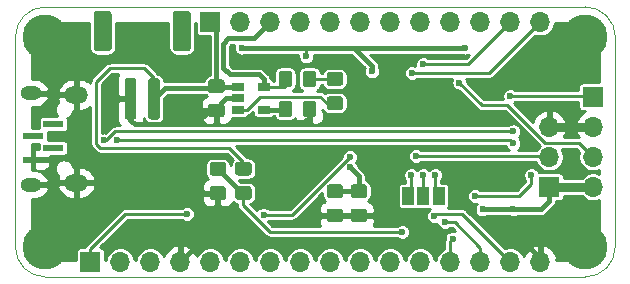
<source format=gbr>
G04 #@! TF.GenerationSoftware,KiCad,Pcbnew,(5.1.5)-2*
G04 #@! TF.CreationDate,2020-08-19T20:36:14+04:00*
G04 #@! TF.ProjectId,stm32f103_feather,73746d33-3266-4313-9033-5f6665617468,rev?*
G04 #@! TF.SameCoordinates,Original*
G04 #@! TF.FileFunction,Copper,L2,Bot*
G04 #@! TF.FilePolarity,Positive*
%FSLAX46Y46*%
G04 Gerber Fmt 4.6, Leading zero omitted, Abs format (unit mm)*
G04 Created by KiCad (PCBNEW (5.1.5)-2) date 2020-08-19 20:36:14*
%MOMM*%
%LPD*%
G04 APERTURE LIST*
G04 #@! TA.AperFunction,Profile*
%ADD10C,0.050000*%
G04 #@! TD*
G04 #@! TA.AperFunction,SMDPad,CuDef*
%ADD11R,1.750000X0.600000*%
G04 #@! TD*
G04 #@! TA.AperFunction,SMDPad,CuDef*
%ADD12R,1.000000X1.500000*%
G04 #@! TD*
G04 #@! TA.AperFunction,SMDPad,CuDef*
%ADD13C,0.150000*%
G04 #@! TD*
G04 #@! TA.AperFunction,ComponentPad*
%ADD14O,1.700000X1.700000*%
G04 #@! TD*
G04 #@! TA.AperFunction,ComponentPad*
%ADD15R,1.700000X1.700000*%
G04 #@! TD*
G04 #@! TA.AperFunction,SMDPad,CuDef*
%ADD16R,1.060000X0.650000*%
G04 #@! TD*
G04 #@! TA.AperFunction,ComponentPad*
%ADD17O,1.800000X1.150000*%
G04 #@! TD*
G04 #@! TA.AperFunction,ComponentPad*
%ADD18O,2.000000X1.450000*%
G04 #@! TD*
G04 #@! TA.AperFunction,ViaPad*
%ADD19C,0.600000*%
G04 #@! TD*
G04 #@! TA.AperFunction,ViaPad*
%ADD20C,3.810000*%
G04 #@! TD*
G04 #@! TA.AperFunction,Conductor*
%ADD21C,0.250000*%
G04 #@! TD*
G04 #@! TA.AperFunction,Conductor*
%ADD22C,0.762000*%
G04 #@! TD*
G04 #@! TA.AperFunction,Conductor*
%ADD23C,0.381000*%
G04 #@! TD*
G04 #@! TA.AperFunction,Conductor*
%ADD24C,0.254000*%
G04 #@! TD*
G04 APERTURE END LIST*
D10*
X175260000Y-76200000D02*
X129540000Y-76200000D01*
X177800000Y-96520000D02*
X177800000Y-78740000D01*
X129540000Y-99060000D02*
X175260000Y-99060000D01*
X127000000Y-78740000D02*
X127000000Y-96520000D01*
X175260000Y-76200000D02*
G75*
G02X177800000Y-78740000I0J-2540000D01*
G01*
X177800000Y-96520000D02*
G75*
G02X175260000Y-99060000I-2540000J0D01*
G01*
X129540000Y-99060000D02*
G75*
G02X127000000Y-96520000I0J2540000D01*
G01*
X127000000Y-78740000D02*
G75*
G02X129540000Y-76200000I2540000J0D01*
G01*
D11*
G04 #@! TO.P,J6,4*
G04 #@! TO.N,/usb*
X130225800Y-86130000D03*
G04 #@! TO.P,J6,2*
G04 #@! TO.N,/usb_dp*
X130225800Y-88130000D03*
G04 #@! TO.P,J6,3*
G04 #@! TO.N,/usb_dm*
X128475800Y-87130000D03*
G04 #@! TO.P,J6,1*
G04 #@! TO.N,GND*
X128475800Y-89130000D03*
G04 #@! TD*
D12*
G04 #@! TO.P,usart1,1*
G04 #@! TO.N,Net-(U1-Pad31)*
X160244000Y-92202000D03*
G04 #@! TO.P,usart1,2*
G04 #@! TO.N,Net-(U1-Pad30)*
X161544000Y-92202000D03*
G04 #@! TO.P,usart1,3*
G04 #@! TO.N,Net-(U1-Pad29)*
X162844000Y-92202000D03*
G04 #@! TD*
G04 #@! TA.AperFunction,SMDPad,CuDef*
D13*
G04 #@! TO.P,R8,2*
G04 #@! TO.N,GND*
G36*
X144619505Y-91383204D02*
G01*
X144643773Y-91386804D01*
X144667572Y-91392765D01*
X144690671Y-91401030D01*
X144712850Y-91411520D01*
X144733893Y-91424132D01*
X144753599Y-91438747D01*
X144771777Y-91455223D01*
X144788253Y-91473401D01*
X144802868Y-91493107D01*
X144815480Y-91514150D01*
X144825970Y-91536329D01*
X144834235Y-91559428D01*
X144840196Y-91583227D01*
X144843796Y-91607495D01*
X144845000Y-91631999D01*
X144845000Y-92282001D01*
X144843796Y-92306505D01*
X144840196Y-92330773D01*
X144834235Y-92354572D01*
X144825970Y-92377671D01*
X144815480Y-92399850D01*
X144802868Y-92420893D01*
X144788253Y-92440599D01*
X144771777Y-92458777D01*
X144753599Y-92475253D01*
X144733893Y-92489868D01*
X144712850Y-92502480D01*
X144690671Y-92512970D01*
X144667572Y-92521235D01*
X144643773Y-92527196D01*
X144619505Y-92530796D01*
X144595001Y-92532000D01*
X143694999Y-92532000D01*
X143670495Y-92530796D01*
X143646227Y-92527196D01*
X143622428Y-92521235D01*
X143599329Y-92512970D01*
X143577150Y-92502480D01*
X143556107Y-92489868D01*
X143536401Y-92475253D01*
X143518223Y-92458777D01*
X143501747Y-92440599D01*
X143487132Y-92420893D01*
X143474520Y-92399850D01*
X143464030Y-92377671D01*
X143455765Y-92354572D01*
X143449804Y-92330773D01*
X143446204Y-92306505D01*
X143445000Y-92282001D01*
X143445000Y-91631999D01*
X143446204Y-91607495D01*
X143449804Y-91583227D01*
X143455765Y-91559428D01*
X143464030Y-91536329D01*
X143474520Y-91514150D01*
X143487132Y-91493107D01*
X143501747Y-91473401D01*
X143518223Y-91455223D01*
X143536401Y-91438747D01*
X143556107Y-91424132D01*
X143577150Y-91411520D01*
X143599329Y-91401030D01*
X143622428Y-91392765D01*
X143646227Y-91386804D01*
X143670495Y-91383204D01*
X143694999Y-91382000D01*
X144595001Y-91382000D01*
X144619505Y-91383204D01*
G37*
G04 #@! TD.AperFunction*
G04 #@! TA.AperFunction,SMDPad,CuDef*
G04 #@! TO.P,R8,1*
G04 #@! TO.N,/batvtest*
G36*
X144619505Y-89333204D02*
G01*
X144643773Y-89336804D01*
X144667572Y-89342765D01*
X144690671Y-89351030D01*
X144712850Y-89361520D01*
X144733893Y-89374132D01*
X144753599Y-89388747D01*
X144771777Y-89405223D01*
X144788253Y-89423401D01*
X144802868Y-89443107D01*
X144815480Y-89464150D01*
X144825970Y-89486329D01*
X144834235Y-89509428D01*
X144840196Y-89533227D01*
X144843796Y-89557495D01*
X144845000Y-89581999D01*
X144845000Y-90232001D01*
X144843796Y-90256505D01*
X144840196Y-90280773D01*
X144834235Y-90304572D01*
X144825970Y-90327671D01*
X144815480Y-90349850D01*
X144802868Y-90370893D01*
X144788253Y-90390599D01*
X144771777Y-90408777D01*
X144753599Y-90425253D01*
X144733893Y-90439868D01*
X144712850Y-90452480D01*
X144690671Y-90462970D01*
X144667572Y-90471235D01*
X144643773Y-90477196D01*
X144619505Y-90480796D01*
X144595001Y-90482000D01*
X143694999Y-90482000D01*
X143670495Y-90480796D01*
X143646227Y-90477196D01*
X143622428Y-90471235D01*
X143599329Y-90462970D01*
X143577150Y-90452480D01*
X143556107Y-90439868D01*
X143536401Y-90425253D01*
X143518223Y-90408777D01*
X143501747Y-90390599D01*
X143487132Y-90370893D01*
X143474520Y-90349850D01*
X143464030Y-90327671D01*
X143455765Y-90304572D01*
X143449804Y-90280773D01*
X143446204Y-90256505D01*
X143445000Y-90232001D01*
X143445000Y-89581999D01*
X143446204Y-89557495D01*
X143449804Y-89533227D01*
X143455765Y-89509428D01*
X143464030Y-89486329D01*
X143474520Y-89464150D01*
X143487132Y-89443107D01*
X143501747Y-89423401D01*
X143518223Y-89405223D01*
X143536401Y-89388747D01*
X143556107Y-89374132D01*
X143577150Y-89361520D01*
X143599329Y-89351030D01*
X143622428Y-89342765D01*
X143646227Y-89336804D01*
X143670495Y-89333204D01*
X143694999Y-89332000D01*
X144595001Y-89332000D01*
X144619505Y-89333204D01*
G37*
G04 #@! TD.AperFunction*
G04 #@! TD*
G04 #@! TA.AperFunction,SMDPad,CuDef*
G04 #@! TO.P,R7,2*
G04 #@! TO.N,/batvtest*
G36*
X146778505Y-91374204D02*
G01*
X146802773Y-91377804D01*
X146826572Y-91383765D01*
X146849671Y-91392030D01*
X146871850Y-91402520D01*
X146892893Y-91415132D01*
X146912599Y-91429747D01*
X146930777Y-91446223D01*
X146947253Y-91464401D01*
X146961868Y-91484107D01*
X146974480Y-91505150D01*
X146984970Y-91527329D01*
X146993235Y-91550428D01*
X146999196Y-91574227D01*
X147002796Y-91598495D01*
X147004000Y-91622999D01*
X147004000Y-92273001D01*
X147002796Y-92297505D01*
X146999196Y-92321773D01*
X146993235Y-92345572D01*
X146984970Y-92368671D01*
X146974480Y-92390850D01*
X146961868Y-92411893D01*
X146947253Y-92431599D01*
X146930777Y-92449777D01*
X146912599Y-92466253D01*
X146892893Y-92480868D01*
X146871850Y-92493480D01*
X146849671Y-92503970D01*
X146826572Y-92512235D01*
X146802773Y-92518196D01*
X146778505Y-92521796D01*
X146754001Y-92523000D01*
X145853999Y-92523000D01*
X145829495Y-92521796D01*
X145805227Y-92518196D01*
X145781428Y-92512235D01*
X145758329Y-92503970D01*
X145736150Y-92493480D01*
X145715107Y-92480868D01*
X145695401Y-92466253D01*
X145677223Y-92449777D01*
X145660747Y-92431599D01*
X145646132Y-92411893D01*
X145633520Y-92390850D01*
X145623030Y-92368671D01*
X145614765Y-92345572D01*
X145608804Y-92321773D01*
X145605204Y-92297505D01*
X145604000Y-92273001D01*
X145604000Y-91622999D01*
X145605204Y-91598495D01*
X145608804Y-91574227D01*
X145614765Y-91550428D01*
X145623030Y-91527329D01*
X145633520Y-91505150D01*
X145646132Y-91484107D01*
X145660747Y-91464401D01*
X145677223Y-91446223D01*
X145695401Y-91429747D01*
X145715107Y-91415132D01*
X145736150Y-91402520D01*
X145758329Y-91392030D01*
X145781428Y-91383765D01*
X145805227Y-91377804D01*
X145829495Y-91374204D01*
X145853999Y-91373000D01*
X146754001Y-91373000D01*
X146778505Y-91374204D01*
G37*
G04 #@! TD.AperFunction*
G04 #@! TA.AperFunction,SMDPad,CuDef*
G04 #@! TO.P,R7,1*
G04 #@! TO.N,/bat*
G36*
X146778505Y-89324204D02*
G01*
X146802773Y-89327804D01*
X146826572Y-89333765D01*
X146849671Y-89342030D01*
X146871850Y-89352520D01*
X146892893Y-89365132D01*
X146912599Y-89379747D01*
X146930777Y-89396223D01*
X146947253Y-89414401D01*
X146961868Y-89434107D01*
X146974480Y-89455150D01*
X146984970Y-89477329D01*
X146993235Y-89500428D01*
X146999196Y-89524227D01*
X147002796Y-89548495D01*
X147004000Y-89572999D01*
X147004000Y-90223001D01*
X147002796Y-90247505D01*
X146999196Y-90271773D01*
X146993235Y-90295572D01*
X146984970Y-90318671D01*
X146974480Y-90340850D01*
X146961868Y-90361893D01*
X146947253Y-90381599D01*
X146930777Y-90399777D01*
X146912599Y-90416253D01*
X146892893Y-90430868D01*
X146871850Y-90443480D01*
X146849671Y-90453970D01*
X146826572Y-90462235D01*
X146802773Y-90468196D01*
X146778505Y-90471796D01*
X146754001Y-90473000D01*
X145853999Y-90473000D01*
X145829495Y-90471796D01*
X145805227Y-90468196D01*
X145781428Y-90462235D01*
X145758329Y-90453970D01*
X145736150Y-90443480D01*
X145715107Y-90430868D01*
X145695401Y-90416253D01*
X145677223Y-90399777D01*
X145660747Y-90381599D01*
X145646132Y-90361893D01*
X145633520Y-90340850D01*
X145623030Y-90318671D01*
X145614765Y-90295572D01*
X145608804Y-90271773D01*
X145605204Y-90247505D01*
X145604000Y-90223001D01*
X145604000Y-89572999D01*
X145605204Y-89548495D01*
X145608804Y-89524227D01*
X145614765Y-89500428D01*
X145623030Y-89477329D01*
X145633520Y-89455150D01*
X145646132Y-89434107D01*
X145660747Y-89414401D01*
X145677223Y-89396223D01*
X145695401Y-89379747D01*
X145715107Y-89365132D01*
X145736150Y-89352520D01*
X145758329Y-89342030D01*
X145781428Y-89333765D01*
X145805227Y-89327804D01*
X145829495Y-89324204D01*
X145853999Y-89323000D01*
X146754001Y-89323000D01*
X146778505Y-89324204D01*
G37*
G04 #@! TD.AperFunction*
G04 #@! TD*
G04 #@! TA.AperFunction,SMDPad,CuDef*
G04 #@! TO.P,R5,2*
G04 #@! TO.N,Net-(R5-Pad2)*
G36*
X154525505Y-83772204D02*
G01*
X154549773Y-83775804D01*
X154573572Y-83781765D01*
X154596671Y-83790030D01*
X154618850Y-83800520D01*
X154639893Y-83813132D01*
X154659599Y-83827747D01*
X154677777Y-83844223D01*
X154694253Y-83862401D01*
X154708868Y-83882107D01*
X154721480Y-83903150D01*
X154731970Y-83925329D01*
X154740235Y-83948428D01*
X154746196Y-83972227D01*
X154749796Y-83996495D01*
X154751000Y-84020999D01*
X154751000Y-84671001D01*
X154749796Y-84695505D01*
X154746196Y-84719773D01*
X154740235Y-84743572D01*
X154731970Y-84766671D01*
X154721480Y-84788850D01*
X154708868Y-84809893D01*
X154694253Y-84829599D01*
X154677777Y-84847777D01*
X154659599Y-84864253D01*
X154639893Y-84878868D01*
X154618850Y-84891480D01*
X154596671Y-84901970D01*
X154573572Y-84910235D01*
X154549773Y-84916196D01*
X154525505Y-84919796D01*
X154501001Y-84921000D01*
X153600999Y-84921000D01*
X153576495Y-84919796D01*
X153552227Y-84916196D01*
X153528428Y-84910235D01*
X153505329Y-84901970D01*
X153483150Y-84891480D01*
X153462107Y-84878868D01*
X153442401Y-84864253D01*
X153424223Y-84847777D01*
X153407747Y-84829599D01*
X153393132Y-84809893D01*
X153380520Y-84788850D01*
X153370030Y-84766671D01*
X153361765Y-84743572D01*
X153355804Y-84719773D01*
X153352204Y-84695505D01*
X153351000Y-84671001D01*
X153351000Y-84020999D01*
X153352204Y-83996495D01*
X153355804Y-83972227D01*
X153361765Y-83948428D01*
X153370030Y-83925329D01*
X153380520Y-83903150D01*
X153393132Y-83882107D01*
X153407747Y-83862401D01*
X153424223Y-83844223D01*
X153442401Y-83827747D01*
X153462107Y-83813132D01*
X153483150Y-83800520D01*
X153505329Y-83790030D01*
X153528428Y-83781765D01*
X153552227Y-83775804D01*
X153576495Y-83772204D01*
X153600999Y-83771000D01*
X154501001Y-83771000D01*
X154525505Y-83772204D01*
G37*
G04 #@! TD.AperFunction*
G04 #@! TA.AperFunction,SMDPad,CuDef*
G04 #@! TO.P,R5,1*
G04 #@! TO.N,Net-(D4-Pad1)*
G36*
X154525505Y-81722204D02*
G01*
X154549773Y-81725804D01*
X154573572Y-81731765D01*
X154596671Y-81740030D01*
X154618850Y-81750520D01*
X154639893Y-81763132D01*
X154659599Y-81777747D01*
X154677777Y-81794223D01*
X154694253Y-81812401D01*
X154708868Y-81832107D01*
X154721480Y-81853150D01*
X154731970Y-81875329D01*
X154740235Y-81898428D01*
X154746196Y-81922227D01*
X154749796Y-81946495D01*
X154751000Y-81970999D01*
X154751000Y-82621001D01*
X154749796Y-82645505D01*
X154746196Y-82669773D01*
X154740235Y-82693572D01*
X154731970Y-82716671D01*
X154721480Y-82738850D01*
X154708868Y-82759893D01*
X154694253Y-82779599D01*
X154677777Y-82797777D01*
X154659599Y-82814253D01*
X154639893Y-82828868D01*
X154618850Y-82841480D01*
X154596671Y-82851970D01*
X154573572Y-82860235D01*
X154549773Y-82866196D01*
X154525505Y-82869796D01*
X154501001Y-82871000D01*
X153600999Y-82871000D01*
X153576495Y-82869796D01*
X153552227Y-82866196D01*
X153528428Y-82860235D01*
X153505329Y-82851970D01*
X153483150Y-82841480D01*
X153462107Y-82828868D01*
X153442401Y-82814253D01*
X153424223Y-82797777D01*
X153407747Y-82779599D01*
X153393132Y-82759893D01*
X153380520Y-82738850D01*
X153370030Y-82716671D01*
X153361765Y-82693572D01*
X153355804Y-82669773D01*
X153352204Y-82645505D01*
X153351000Y-82621001D01*
X153351000Y-81970999D01*
X153352204Y-81946495D01*
X153355804Y-81922227D01*
X153361765Y-81898428D01*
X153370030Y-81875329D01*
X153380520Y-81853150D01*
X153393132Y-81832107D01*
X153407747Y-81812401D01*
X153424223Y-81794223D01*
X153442401Y-81777747D01*
X153462107Y-81763132D01*
X153483150Y-81750520D01*
X153505329Y-81740030D01*
X153528428Y-81731765D01*
X153552227Y-81725804D01*
X153576495Y-81722204D01*
X153600999Y-81721000D01*
X154501001Y-81721000D01*
X154525505Y-81722204D01*
G37*
G04 #@! TD.AperFunction*
G04 #@! TD*
G04 #@! TA.AperFunction,SMDPad,CuDef*
G04 #@! TO.P,R4,2*
G04 #@! TO.N,GND*
G36*
X152259505Y-84137204D02*
G01*
X152283773Y-84140804D01*
X152307572Y-84146765D01*
X152330671Y-84155030D01*
X152352850Y-84165520D01*
X152373893Y-84178132D01*
X152393599Y-84192747D01*
X152411777Y-84209223D01*
X152428253Y-84227401D01*
X152442868Y-84247107D01*
X152455480Y-84268150D01*
X152465970Y-84290329D01*
X152474235Y-84313428D01*
X152480196Y-84337227D01*
X152483796Y-84361495D01*
X152485000Y-84385999D01*
X152485000Y-85286001D01*
X152483796Y-85310505D01*
X152480196Y-85334773D01*
X152474235Y-85358572D01*
X152465970Y-85381671D01*
X152455480Y-85403850D01*
X152442868Y-85424893D01*
X152428253Y-85444599D01*
X152411777Y-85462777D01*
X152393599Y-85479253D01*
X152373893Y-85493868D01*
X152352850Y-85506480D01*
X152330671Y-85516970D01*
X152307572Y-85525235D01*
X152283773Y-85531196D01*
X152259505Y-85534796D01*
X152235001Y-85536000D01*
X151584999Y-85536000D01*
X151560495Y-85534796D01*
X151536227Y-85531196D01*
X151512428Y-85525235D01*
X151489329Y-85516970D01*
X151467150Y-85506480D01*
X151446107Y-85493868D01*
X151426401Y-85479253D01*
X151408223Y-85462777D01*
X151391747Y-85444599D01*
X151377132Y-85424893D01*
X151364520Y-85403850D01*
X151354030Y-85381671D01*
X151345765Y-85358572D01*
X151339804Y-85334773D01*
X151336204Y-85310505D01*
X151335000Y-85286001D01*
X151335000Y-84385999D01*
X151336204Y-84361495D01*
X151339804Y-84337227D01*
X151345765Y-84313428D01*
X151354030Y-84290329D01*
X151364520Y-84268150D01*
X151377132Y-84247107D01*
X151391747Y-84227401D01*
X151408223Y-84209223D01*
X151426401Y-84192747D01*
X151446107Y-84178132D01*
X151467150Y-84165520D01*
X151489329Y-84155030D01*
X151512428Y-84146765D01*
X151536227Y-84140804D01*
X151560495Y-84137204D01*
X151584999Y-84136000D01*
X152235001Y-84136000D01*
X152259505Y-84137204D01*
G37*
G04 #@! TD.AperFunction*
G04 #@! TA.AperFunction,SMDPad,CuDef*
G04 #@! TO.P,R4,1*
G04 #@! TO.N,Net-(R4-Pad1)*
G36*
X150209505Y-84137204D02*
G01*
X150233773Y-84140804D01*
X150257572Y-84146765D01*
X150280671Y-84155030D01*
X150302850Y-84165520D01*
X150323893Y-84178132D01*
X150343599Y-84192747D01*
X150361777Y-84209223D01*
X150378253Y-84227401D01*
X150392868Y-84247107D01*
X150405480Y-84268150D01*
X150415970Y-84290329D01*
X150424235Y-84313428D01*
X150430196Y-84337227D01*
X150433796Y-84361495D01*
X150435000Y-84385999D01*
X150435000Y-85286001D01*
X150433796Y-85310505D01*
X150430196Y-85334773D01*
X150424235Y-85358572D01*
X150415970Y-85381671D01*
X150405480Y-85403850D01*
X150392868Y-85424893D01*
X150378253Y-85444599D01*
X150361777Y-85462777D01*
X150343599Y-85479253D01*
X150323893Y-85493868D01*
X150302850Y-85506480D01*
X150280671Y-85516970D01*
X150257572Y-85525235D01*
X150233773Y-85531196D01*
X150209505Y-85534796D01*
X150185001Y-85536000D01*
X149534999Y-85536000D01*
X149510495Y-85534796D01*
X149486227Y-85531196D01*
X149462428Y-85525235D01*
X149439329Y-85516970D01*
X149417150Y-85506480D01*
X149396107Y-85493868D01*
X149376401Y-85479253D01*
X149358223Y-85462777D01*
X149341747Y-85444599D01*
X149327132Y-85424893D01*
X149314520Y-85403850D01*
X149304030Y-85381671D01*
X149295765Y-85358572D01*
X149289804Y-85334773D01*
X149286204Y-85310505D01*
X149285000Y-85286001D01*
X149285000Y-84385999D01*
X149286204Y-84361495D01*
X149289804Y-84337227D01*
X149295765Y-84313428D01*
X149304030Y-84290329D01*
X149314520Y-84268150D01*
X149327132Y-84247107D01*
X149341747Y-84227401D01*
X149358223Y-84209223D01*
X149376401Y-84192747D01*
X149396107Y-84178132D01*
X149417150Y-84165520D01*
X149439329Y-84155030D01*
X149462428Y-84146765D01*
X149486227Y-84140804D01*
X149510495Y-84137204D01*
X149534999Y-84136000D01*
X150185001Y-84136000D01*
X150209505Y-84137204D01*
G37*
G04 #@! TD.AperFunction*
G04 #@! TD*
G04 #@! TA.AperFunction,SMDPad,CuDef*
G04 #@! TO.P,D4,2*
G04 #@! TO.N,/usb*
G36*
X150209505Y-81597204D02*
G01*
X150233773Y-81600804D01*
X150257572Y-81606765D01*
X150280671Y-81615030D01*
X150302850Y-81625520D01*
X150323893Y-81638132D01*
X150343599Y-81652747D01*
X150361777Y-81669223D01*
X150378253Y-81687401D01*
X150392868Y-81707107D01*
X150405480Y-81728150D01*
X150415970Y-81750329D01*
X150424235Y-81773428D01*
X150430196Y-81797227D01*
X150433796Y-81821495D01*
X150435000Y-81845999D01*
X150435000Y-82746001D01*
X150433796Y-82770505D01*
X150430196Y-82794773D01*
X150424235Y-82818572D01*
X150415970Y-82841671D01*
X150405480Y-82863850D01*
X150392868Y-82884893D01*
X150378253Y-82904599D01*
X150361777Y-82922777D01*
X150343599Y-82939253D01*
X150323893Y-82953868D01*
X150302850Y-82966480D01*
X150280671Y-82976970D01*
X150257572Y-82985235D01*
X150233773Y-82991196D01*
X150209505Y-82994796D01*
X150185001Y-82996000D01*
X149534999Y-82996000D01*
X149510495Y-82994796D01*
X149486227Y-82991196D01*
X149462428Y-82985235D01*
X149439329Y-82976970D01*
X149417150Y-82966480D01*
X149396107Y-82953868D01*
X149376401Y-82939253D01*
X149358223Y-82922777D01*
X149341747Y-82904599D01*
X149327132Y-82884893D01*
X149314520Y-82863850D01*
X149304030Y-82841671D01*
X149295765Y-82818572D01*
X149289804Y-82794773D01*
X149286204Y-82770505D01*
X149285000Y-82746001D01*
X149285000Y-81845999D01*
X149286204Y-81821495D01*
X149289804Y-81797227D01*
X149295765Y-81773428D01*
X149304030Y-81750329D01*
X149314520Y-81728150D01*
X149327132Y-81707107D01*
X149341747Y-81687401D01*
X149358223Y-81669223D01*
X149376401Y-81652747D01*
X149396107Y-81638132D01*
X149417150Y-81625520D01*
X149439329Y-81615030D01*
X149462428Y-81606765D01*
X149486227Y-81600804D01*
X149510495Y-81597204D01*
X149534999Y-81596000D01*
X150185001Y-81596000D01*
X150209505Y-81597204D01*
G37*
G04 #@! TD.AperFunction*
G04 #@! TA.AperFunction,SMDPad,CuDef*
G04 #@! TO.P,D4,1*
G04 #@! TO.N,Net-(D4-Pad1)*
G36*
X152259505Y-81597204D02*
G01*
X152283773Y-81600804D01*
X152307572Y-81606765D01*
X152330671Y-81615030D01*
X152352850Y-81625520D01*
X152373893Y-81638132D01*
X152393599Y-81652747D01*
X152411777Y-81669223D01*
X152428253Y-81687401D01*
X152442868Y-81707107D01*
X152455480Y-81728150D01*
X152465970Y-81750329D01*
X152474235Y-81773428D01*
X152480196Y-81797227D01*
X152483796Y-81821495D01*
X152485000Y-81845999D01*
X152485000Y-82746001D01*
X152483796Y-82770505D01*
X152480196Y-82794773D01*
X152474235Y-82818572D01*
X152465970Y-82841671D01*
X152455480Y-82863850D01*
X152442868Y-82884893D01*
X152428253Y-82904599D01*
X152411777Y-82922777D01*
X152393599Y-82939253D01*
X152373893Y-82953868D01*
X152352850Y-82966480D01*
X152330671Y-82976970D01*
X152307572Y-82985235D01*
X152283773Y-82991196D01*
X152259505Y-82994796D01*
X152235001Y-82996000D01*
X151584999Y-82996000D01*
X151560495Y-82994796D01*
X151536227Y-82991196D01*
X151512428Y-82985235D01*
X151489329Y-82976970D01*
X151467150Y-82966480D01*
X151446107Y-82953868D01*
X151426401Y-82939253D01*
X151408223Y-82922777D01*
X151391747Y-82904599D01*
X151377132Y-82884893D01*
X151364520Y-82863850D01*
X151354030Y-82841671D01*
X151345765Y-82818572D01*
X151339804Y-82794773D01*
X151336204Y-82770505D01*
X151335000Y-82746001D01*
X151335000Y-81845999D01*
X151336204Y-81821495D01*
X151339804Y-81797227D01*
X151345765Y-81773428D01*
X151354030Y-81750329D01*
X151364520Y-81728150D01*
X151377132Y-81707107D01*
X151391747Y-81687401D01*
X151408223Y-81669223D01*
X151426401Y-81652747D01*
X151446107Y-81638132D01*
X151467150Y-81625520D01*
X151489329Y-81615030D01*
X151512428Y-81606765D01*
X151536227Y-81600804D01*
X151560495Y-81597204D01*
X151584999Y-81596000D01*
X152235001Y-81596000D01*
X152259505Y-81597204D01*
G37*
G04 #@! TD.AperFunction*
G04 #@! TD*
G04 #@! TA.AperFunction,SMDPad,CuDef*
G04 #@! TO.P,C14,2*
G04 #@! TO.N,/bat*
G36*
X144492505Y-82334204D02*
G01*
X144516773Y-82337804D01*
X144540572Y-82343765D01*
X144563671Y-82352030D01*
X144585850Y-82362520D01*
X144606893Y-82375132D01*
X144626599Y-82389747D01*
X144644777Y-82406223D01*
X144661253Y-82424401D01*
X144675868Y-82444107D01*
X144688480Y-82465150D01*
X144698970Y-82487329D01*
X144707235Y-82510428D01*
X144713196Y-82534227D01*
X144716796Y-82558495D01*
X144718000Y-82582999D01*
X144718000Y-83233001D01*
X144716796Y-83257505D01*
X144713196Y-83281773D01*
X144707235Y-83305572D01*
X144698970Y-83328671D01*
X144688480Y-83350850D01*
X144675868Y-83371893D01*
X144661253Y-83391599D01*
X144644777Y-83409777D01*
X144626599Y-83426253D01*
X144606893Y-83440868D01*
X144585850Y-83453480D01*
X144563671Y-83463970D01*
X144540572Y-83472235D01*
X144516773Y-83478196D01*
X144492505Y-83481796D01*
X144468001Y-83483000D01*
X143567999Y-83483000D01*
X143543495Y-83481796D01*
X143519227Y-83478196D01*
X143495428Y-83472235D01*
X143472329Y-83463970D01*
X143450150Y-83453480D01*
X143429107Y-83440868D01*
X143409401Y-83426253D01*
X143391223Y-83409777D01*
X143374747Y-83391599D01*
X143360132Y-83371893D01*
X143347520Y-83350850D01*
X143337030Y-83328671D01*
X143328765Y-83305572D01*
X143322804Y-83281773D01*
X143319204Y-83257505D01*
X143318000Y-83233001D01*
X143318000Y-82582999D01*
X143319204Y-82558495D01*
X143322804Y-82534227D01*
X143328765Y-82510428D01*
X143337030Y-82487329D01*
X143347520Y-82465150D01*
X143360132Y-82444107D01*
X143374747Y-82424401D01*
X143391223Y-82406223D01*
X143409401Y-82389747D01*
X143429107Y-82375132D01*
X143450150Y-82362520D01*
X143472329Y-82352030D01*
X143495428Y-82343765D01*
X143519227Y-82337804D01*
X143543495Y-82334204D01*
X143567999Y-82333000D01*
X144468001Y-82333000D01*
X144492505Y-82334204D01*
G37*
G04 #@! TD.AperFunction*
G04 #@! TA.AperFunction,SMDPad,CuDef*
G04 #@! TO.P,C14,1*
G04 #@! TO.N,GND*
G36*
X144492505Y-84384204D02*
G01*
X144516773Y-84387804D01*
X144540572Y-84393765D01*
X144563671Y-84402030D01*
X144585850Y-84412520D01*
X144606893Y-84425132D01*
X144626599Y-84439747D01*
X144644777Y-84456223D01*
X144661253Y-84474401D01*
X144675868Y-84494107D01*
X144688480Y-84515150D01*
X144698970Y-84537329D01*
X144707235Y-84560428D01*
X144713196Y-84584227D01*
X144716796Y-84608495D01*
X144718000Y-84632999D01*
X144718000Y-85283001D01*
X144716796Y-85307505D01*
X144713196Y-85331773D01*
X144707235Y-85355572D01*
X144698970Y-85378671D01*
X144688480Y-85400850D01*
X144675868Y-85421893D01*
X144661253Y-85441599D01*
X144644777Y-85459777D01*
X144626599Y-85476253D01*
X144606893Y-85490868D01*
X144585850Y-85503480D01*
X144563671Y-85513970D01*
X144540572Y-85522235D01*
X144516773Y-85528196D01*
X144492505Y-85531796D01*
X144468001Y-85533000D01*
X143567999Y-85533000D01*
X143543495Y-85531796D01*
X143519227Y-85528196D01*
X143495428Y-85522235D01*
X143472329Y-85513970D01*
X143450150Y-85503480D01*
X143429107Y-85490868D01*
X143409401Y-85476253D01*
X143391223Y-85459777D01*
X143374747Y-85441599D01*
X143360132Y-85421893D01*
X143347520Y-85400850D01*
X143337030Y-85378671D01*
X143328765Y-85355572D01*
X143322804Y-85331773D01*
X143319204Y-85307505D01*
X143318000Y-85283001D01*
X143318000Y-84632999D01*
X143319204Y-84608495D01*
X143322804Y-84584227D01*
X143328765Y-84560428D01*
X143337030Y-84537329D01*
X143347520Y-84515150D01*
X143360132Y-84494107D01*
X143374747Y-84474401D01*
X143391223Y-84456223D01*
X143409401Y-84439747D01*
X143429107Y-84425132D01*
X143450150Y-84412520D01*
X143472329Y-84402030D01*
X143495428Y-84393765D01*
X143519227Y-84387804D01*
X143543495Y-84384204D01*
X143567999Y-84383000D01*
X144468001Y-84383000D01*
X144492505Y-84384204D01*
G37*
G04 #@! TD.AperFunction*
G04 #@! TD*
G04 #@! TA.AperFunction,SMDPad,CuDef*
G04 #@! TO.P,C12,2*
G04 #@! TO.N,GND*
G36*
X156557505Y-93274204D02*
G01*
X156581773Y-93277804D01*
X156605572Y-93283765D01*
X156628671Y-93292030D01*
X156650850Y-93302520D01*
X156671893Y-93315132D01*
X156691599Y-93329747D01*
X156709777Y-93346223D01*
X156726253Y-93364401D01*
X156740868Y-93384107D01*
X156753480Y-93405150D01*
X156763970Y-93427329D01*
X156772235Y-93450428D01*
X156778196Y-93474227D01*
X156781796Y-93498495D01*
X156783000Y-93522999D01*
X156783000Y-94173001D01*
X156781796Y-94197505D01*
X156778196Y-94221773D01*
X156772235Y-94245572D01*
X156763970Y-94268671D01*
X156753480Y-94290850D01*
X156740868Y-94311893D01*
X156726253Y-94331599D01*
X156709777Y-94349777D01*
X156691599Y-94366253D01*
X156671893Y-94380868D01*
X156650850Y-94393480D01*
X156628671Y-94403970D01*
X156605572Y-94412235D01*
X156581773Y-94418196D01*
X156557505Y-94421796D01*
X156533001Y-94423000D01*
X155632999Y-94423000D01*
X155608495Y-94421796D01*
X155584227Y-94418196D01*
X155560428Y-94412235D01*
X155537329Y-94403970D01*
X155515150Y-94393480D01*
X155494107Y-94380868D01*
X155474401Y-94366253D01*
X155456223Y-94349777D01*
X155439747Y-94331599D01*
X155425132Y-94311893D01*
X155412520Y-94290850D01*
X155402030Y-94268671D01*
X155393765Y-94245572D01*
X155387804Y-94221773D01*
X155384204Y-94197505D01*
X155383000Y-94173001D01*
X155383000Y-93522999D01*
X155384204Y-93498495D01*
X155387804Y-93474227D01*
X155393765Y-93450428D01*
X155402030Y-93427329D01*
X155412520Y-93405150D01*
X155425132Y-93384107D01*
X155439747Y-93364401D01*
X155456223Y-93346223D01*
X155474401Y-93329747D01*
X155494107Y-93315132D01*
X155515150Y-93302520D01*
X155537329Y-93292030D01*
X155560428Y-93283765D01*
X155584227Y-93277804D01*
X155608495Y-93274204D01*
X155632999Y-93273000D01*
X156533001Y-93273000D01*
X156557505Y-93274204D01*
G37*
G04 #@! TD.AperFunction*
G04 #@! TA.AperFunction,SMDPad,CuDef*
G04 #@! TO.P,C12,1*
G04 #@! TO.N,/vref*
G36*
X156557505Y-91224204D02*
G01*
X156581773Y-91227804D01*
X156605572Y-91233765D01*
X156628671Y-91242030D01*
X156650850Y-91252520D01*
X156671893Y-91265132D01*
X156691599Y-91279747D01*
X156709777Y-91296223D01*
X156726253Y-91314401D01*
X156740868Y-91334107D01*
X156753480Y-91355150D01*
X156763970Y-91377329D01*
X156772235Y-91400428D01*
X156778196Y-91424227D01*
X156781796Y-91448495D01*
X156783000Y-91472999D01*
X156783000Y-92123001D01*
X156781796Y-92147505D01*
X156778196Y-92171773D01*
X156772235Y-92195572D01*
X156763970Y-92218671D01*
X156753480Y-92240850D01*
X156740868Y-92261893D01*
X156726253Y-92281599D01*
X156709777Y-92299777D01*
X156691599Y-92316253D01*
X156671893Y-92330868D01*
X156650850Y-92343480D01*
X156628671Y-92353970D01*
X156605572Y-92362235D01*
X156581773Y-92368196D01*
X156557505Y-92371796D01*
X156533001Y-92373000D01*
X155632999Y-92373000D01*
X155608495Y-92371796D01*
X155584227Y-92368196D01*
X155560428Y-92362235D01*
X155537329Y-92353970D01*
X155515150Y-92343480D01*
X155494107Y-92330868D01*
X155474401Y-92316253D01*
X155456223Y-92299777D01*
X155439747Y-92281599D01*
X155425132Y-92261893D01*
X155412520Y-92240850D01*
X155402030Y-92218671D01*
X155393765Y-92195572D01*
X155387804Y-92171773D01*
X155384204Y-92147505D01*
X155383000Y-92123001D01*
X155383000Y-91472999D01*
X155384204Y-91448495D01*
X155387804Y-91424227D01*
X155393765Y-91400428D01*
X155402030Y-91377329D01*
X155412520Y-91355150D01*
X155425132Y-91334107D01*
X155439747Y-91314401D01*
X155456223Y-91296223D01*
X155474401Y-91279747D01*
X155494107Y-91265132D01*
X155515150Y-91252520D01*
X155537329Y-91242030D01*
X155560428Y-91233765D01*
X155584227Y-91227804D01*
X155608495Y-91224204D01*
X155632999Y-91223000D01*
X156533001Y-91223000D01*
X156557505Y-91224204D01*
G37*
G04 #@! TD.AperFunction*
G04 #@! TD*
G04 #@! TA.AperFunction,SMDPad,CuDef*
G04 #@! TO.P,C11,2*
G04 #@! TO.N,GND*
G36*
X154525505Y-93274204D02*
G01*
X154549773Y-93277804D01*
X154573572Y-93283765D01*
X154596671Y-93292030D01*
X154618850Y-93302520D01*
X154639893Y-93315132D01*
X154659599Y-93329747D01*
X154677777Y-93346223D01*
X154694253Y-93364401D01*
X154708868Y-93384107D01*
X154721480Y-93405150D01*
X154731970Y-93427329D01*
X154740235Y-93450428D01*
X154746196Y-93474227D01*
X154749796Y-93498495D01*
X154751000Y-93522999D01*
X154751000Y-94173001D01*
X154749796Y-94197505D01*
X154746196Y-94221773D01*
X154740235Y-94245572D01*
X154731970Y-94268671D01*
X154721480Y-94290850D01*
X154708868Y-94311893D01*
X154694253Y-94331599D01*
X154677777Y-94349777D01*
X154659599Y-94366253D01*
X154639893Y-94380868D01*
X154618850Y-94393480D01*
X154596671Y-94403970D01*
X154573572Y-94412235D01*
X154549773Y-94418196D01*
X154525505Y-94421796D01*
X154501001Y-94423000D01*
X153600999Y-94423000D01*
X153576495Y-94421796D01*
X153552227Y-94418196D01*
X153528428Y-94412235D01*
X153505329Y-94403970D01*
X153483150Y-94393480D01*
X153462107Y-94380868D01*
X153442401Y-94366253D01*
X153424223Y-94349777D01*
X153407747Y-94331599D01*
X153393132Y-94311893D01*
X153380520Y-94290850D01*
X153370030Y-94268671D01*
X153361765Y-94245572D01*
X153355804Y-94221773D01*
X153352204Y-94197505D01*
X153351000Y-94173001D01*
X153351000Y-93522999D01*
X153352204Y-93498495D01*
X153355804Y-93474227D01*
X153361765Y-93450428D01*
X153370030Y-93427329D01*
X153380520Y-93405150D01*
X153393132Y-93384107D01*
X153407747Y-93364401D01*
X153424223Y-93346223D01*
X153442401Y-93329747D01*
X153462107Y-93315132D01*
X153483150Y-93302520D01*
X153505329Y-93292030D01*
X153528428Y-93283765D01*
X153552227Y-93277804D01*
X153576495Y-93274204D01*
X153600999Y-93273000D01*
X154501001Y-93273000D01*
X154525505Y-93274204D01*
G37*
G04 #@! TD.AperFunction*
G04 #@! TA.AperFunction,SMDPad,CuDef*
G04 #@! TO.P,C11,1*
G04 #@! TO.N,/vref*
G36*
X154525505Y-91224204D02*
G01*
X154549773Y-91227804D01*
X154573572Y-91233765D01*
X154596671Y-91242030D01*
X154618850Y-91252520D01*
X154639893Y-91265132D01*
X154659599Y-91279747D01*
X154677777Y-91296223D01*
X154694253Y-91314401D01*
X154708868Y-91334107D01*
X154721480Y-91355150D01*
X154731970Y-91377329D01*
X154740235Y-91400428D01*
X154746196Y-91424227D01*
X154749796Y-91448495D01*
X154751000Y-91472999D01*
X154751000Y-92123001D01*
X154749796Y-92147505D01*
X154746196Y-92171773D01*
X154740235Y-92195572D01*
X154731970Y-92218671D01*
X154721480Y-92240850D01*
X154708868Y-92261893D01*
X154694253Y-92281599D01*
X154677777Y-92299777D01*
X154659599Y-92316253D01*
X154639893Y-92330868D01*
X154618850Y-92343480D01*
X154596671Y-92353970D01*
X154573572Y-92362235D01*
X154549773Y-92368196D01*
X154525505Y-92371796D01*
X154501001Y-92373000D01*
X153600999Y-92373000D01*
X153576495Y-92371796D01*
X153552227Y-92368196D01*
X153528428Y-92362235D01*
X153505329Y-92353970D01*
X153483150Y-92343480D01*
X153462107Y-92330868D01*
X153442401Y-92316253D01*
X153424223Y-92299777D01*
X153407747Y-92281599D01*
X153393132Y-92261893D01*
X153380520Y-92240850D01*
X153370030Y-92218671D01*
X153361765Y-92195572D01*
X153355804Y-92171773D01*
X153352204Y-92147505D01*
X153351000Y-92123001D01*
X153351000Y-91472999D01*
X153352204Y-91448495D01*
X153355804Y-91424227D01*
X153361765Y-91400428D01*
X153370030Y-91377329D01*
X153380520Y-91355150D01*
X153393132Y-91334107D01*
X153407747Y-91314401D01*
X153424223Y-91296223D01*
X153442401Y-91279747D01*
X153462107Y-91265132D01*
X153483150Y-91252520D01*
X153505329Y-91242030D01*
X153528428Y-91233765D01*
X153552227Y-91227804D01*
X153576495Y-91224204D01*
X153600999Y-91223000D01*
X154501001Y-91223000D01*
X154525505Y-91224204D01*
G37*
G04 #@! TD.AperFunction*
G04 #@! TD*
G04 #@! TA.AperFunction,SMDPad,CuDef*
G04 #@! TO.P,J5,MP*
G04 #@! TO.N,N/C*
G36*
X141621504Y-76533204D02*
G01*
X141645773Y-76536804D01*
X141669571Y-76542765D01*
X141692671Y-76551030D01*
X141714849Y-76561520D01*
X141735893Y-76574133D01*
X141755598Y-76588747D01*
X141773777Y-76605223D01*
X141790253Y-76623402D01*
X141804867Y-76643107D01*
X141817480Y-76664151D01*
X141827970Y-76686329D01*
X141836235Y-76709429D01*
X141842196Y-76733227D01*
X141845796Y-76757496D01*
X141847000Y-76782000D01*
X141847000Y-79682000D01*
X141845796Y-79706504D01*
X141842196Y-79730773D01*
X141836235Y-79754571D01*
X141827970Y-79777671D01*
X141817480Y-79799849D01*
X141804867Y-79820893D01*
X141790253Y-79840598D01*
X141773777Y-79858777D01*
X141755598Y-79875253D01*
X141735893Y-79889867D01*
X141714849Y-79902480D01*
X141692671Y-79912970D01*
X141669571Y-79921235D01*
X141645773Y-79927196D01*
X141621504Y-79930796D01*
X141597000Y-79932000D01*
X140597000Y-79932000D01*
X140572496Y-79930796D01*
X140548227Y-79927196D01*
X140524429Y-79921235D01*
X140501329Y-79912970D01*
X140479151Y-79902480D01*
X140458107Y-79889867D01*
X140438402Y-79875253D01*
X140420223Y-79858777D01*
X140403747Y-79840598D01*
X140389133Y-79820893D01*
X140376520Y-79799849D01*
X140366030Y-79777671D01*
X140357765Y-79754571D01*
X140351804Y-79730773D01*
X140348204Y-79706504D01*
X140347000Y-79682000D01*
X140347000Y-76782000D01*
X140348204Y-76757496D01*
X140351804Y-76733227D01*
X140357765Y-76709429D01*
X140366030Y-76686329D01*
X140376520Y-76664151D01*
X140389133Y-76643107D01*
X140403747Y-76623402D01*
X140420223Y-76605223D01*
X140438402Y-76588747D01*
X140458107Y-76574133D01*
X140479151Y-76561520D01*
X140501329Y-76551030D01*
X140524429Y-76542765D01*
X140548227Y-76536804D01*
X140572496Y-76533204D01*
X140597000Y-76532000D01*
X141597000Y-76532000D01*
X141621504Y-76533204D01*
G37*
G04 #@! TD.AperFunction*
G04 #@! TA.AperFunction,SMDPad,CuDef*
G36*
X134921504Y-76533204D02*
G01*
X134945773Y-76536804D01*
X134969571Y-76542765D01*
X134992671Y-76551030D01*
X135014849Y-76561520D01*
X135035893Y-76574133D01*
X135055598Y-76588747D01*
X135073777Y-76605223D01*
X135090253Y-76623402D01*
X135104867Y-76643107D01*
X135117480Y-76664151D01*
X135127970Y-76686329D01*
X135136235Y-76709429D01*
X135142196Y-76733227D01*
X135145796Y-76757496D01*
X135147000Y-76782000D01*
X135147000Y-79682000D01*
X135145796Y-79706504D01*
X135142196Y-79730773D01*
X135136235Y-79754571D01*
X135127970Y-79777671D01*
X135117480Y-79799849D01*
X135104867Y-79820893D01*
X135090253Y-79840598D01*
X135073777Y-79858777D01*
X135055598Y-79875253D01*
X135035893Y-79889867D01*
X135014849Y-79902480D01*
X134992671Y-79912970D01*
X134969571Y-79921235D01*
X134945773Y-79927196D01*
X134921504Y-79930796D01*
X134897000Y-79932000D01*
X133897000Y-79932000D01*
X133872496Y-79930796D01*
X133848227Y-79927196D01*
X133824429Y-79921235D01*
X133801329Y-79912970D01*
X133779151Y-79902480D01*
X133758107Y-79889867D01*
X133738402Y-79875253D01*
X133720223Y-79858777D01*
X133703747Y-79840598D01*
X133689133Y-79820893D01*
X133676520Y-79799849D01*
X133666030Y-79777671D01*
X133657765Y-79754571D01*
X133651804Y-79730773D01*
X133648204Y-79706504D01*
X133647000Y-79682000D01*
X133647000Y-76782000D01*
X133648204Y-76757496D01*
X133651804Y-76733227D01*
X133657765Y-76709429D01*
X133666030Y-76686329D01*
X133676520Y-76664151D01*
X133689133Y-76643107D01*
X133703747Y-76623402D01*
X133720223Y-76605223D01*
X133738402Y-76588747D01*
X133758107Y-76574133D01*
X133779151Y-76561520D01*
X133801329Y-76551030D01*
X133824429Y-76542765D01*
X133848227Y-76536804D01*
X133872496Y-76533204D01*
X133897000Y-76532000D01*
X134897000Y-76532000D01*
X134921504Y-76533204D01*
G37*
G04 #@! TD.AperFunction*
G04 #@! TA.AperFunction,SMDPad,CuDef*
G04 #@! TO.P,J5,2*
G04 #@! TO.N,/bat*
G36*
X139021504Y-82233204D02*
G01*
X139045773Y-82236804D01*
X139069571Y-82242765D01*
X139092671Y-82251030D01*
X139114849Y-82261520D01*
X139135893Y-82274133D01*
X139155598Y-82288747D01*
X139173777Y-82305223D01*
X139190253Y-82323402D01*
X139204867Y-82343107D01*
X139217480Y-82364151D01*
X139227970Y-82386329D01*
X139236235Y-82409429D01*
X139242196Y-82433227D01*
X139245796Y-82457496D01*
X139247000Y-82482000D01*
X139247000Y-85482000D01*
X139245796Y-85506504D01*
X139242196Y-85530773D01*
X139236235Y-85554571D01*
X139227970Y-85577671D01*
X139217480Y-85599849D01*
X139204867Y-85620893D01*
X139190253Y-85640598D01*
X139173777Y-85658777D01*
X139155598Y-85675253D01*
X139135893Y-85689867D01*
X139114849Y-85702480D01*
X139092671Y-85712970D01*
X139069571Y-85721235D01*
X139045773Y-85727196D01*
X139021504Y-85730796D01*
X138997000Y-85732000D01*
X138497000Y-85732000D01*
X138472496Y-85730796D01*
X138448227Y-85727196D01*
X138424429Y-85721235D01*
X138401329Y-85712970D01*
X138379151Y-85702480D01*
X138358107Y-85689867D01*
X138338402Y-85675253D01*
X138320223Y-85658777D01*
X138303747Y-85640598D01*
X138289133Y-85620893D01*
X138276520Y-85599849D01*
X138266030Y-85577671D01*
X138257765Y-85554571D01*
X138251804Y-85530773D01*
X138248204Y-85506504D01*
X138247000Y-85482000D01*
X138247000Y-82482000D01*
X138248204Y-82457496D01*
X138251804Y-82433227D01*
X138257765Y-82409429D01*
X138266030Y-82386329D01*
X138276520Y-82364151D01*
X138289133Y-82343107D01*
X138303747Y-82323402D01*
X138320223Y-82305223D01*
X138338402Y-82288747D01*
X138358107Y-82274133D01*
X138379151Y-82261520D01*
X138401329Y-82251030D01*
X138424429Y-82242765D01*
X138448227Y-82236804D01*
X138472496Y-82233204D01*
X138497000Y-82232000D01*
X138997000Y-82232000D01*
X139021504Y-82233204D01*
G37*
G04 #@! TD.AperFunction*
G04 #@! TA.AperFunction,SMDPad,CuDef*
G04 #@! TO.P,J5,1*
G04 #@! TO.N,GND*
G36*
X137021504Y-82233204D02*
G01*
X137045773Y-82236804D01*
X137069571Y-82242765D01*
X137092671Y-82251030D01*
X137114849Y-82261520D01*
X137135893Y-82274133D01*
X137155598Y-82288747D01*
X137173777Y-82305223D01*
X137190253Y-82323402D01*
X137204867Y-82343107D01*
X137217480Y-82364151D01*
X137227970Y-82386329D01*
X137236235Y-82409429D01*
X137242196Y-82433227D01*
X137245796Y-82457496D01*
X137247000Y-82482000D01*
X137247000Y-85482000D01*
X137245796Y-85506504D01*
X137242196Y-85530773D01*
X137236235Y-85554571D01*
X137227970Y-85577671D01*
X137217480Y-85599849D01*
X137204867Y-85620893D01*
X137190253Y-85640598D01*
X137173777Y-85658777D01*
X137155598Y-85675253D01*
X137135893Y-85689867D01*
X137114849Y-85702480D01*
X137092671Y-85712970D01*
X137069571Y-85721235D01*
X137045773Y-85727196D01*
X137021504Y-85730796D01*
X136997000Y-85732000D01*
X136497000Y-85732000D01*
X136472496Y-85730796D01*
X136448227Y-85727196D01*
X136424429Y-85721235D01*
X136401329Y-85712970D01*
X136379151Y-85702480D01*
X136358107Y-85689867D01*
X136338402Y-85675253D01*
X136320223Y-85658777D01*
X136303747Y-85640598D01*
X136289133Y-85620893D01*
X136276520Y-85599849D01*
X136266030Y-85577671D01*
X136257765Y-85554571D01*
X136251804Y-85530773D01*
X136248204Y-85506504D01*
X136247000Y-85482000D01*
X136247000Y-82482000D01*
X136248204Y-82457496D01*
X136251804Y-82433227D01*
X136257765Y-82409429D01*
X136266030Y-82386329D01*
X136276520Y-82364151D01*
X136289133Y-82343107D01*
X136303747Y-82323402D01*
X136320223Y-82305223D01*
X136338402Y-82288747D01*
X136358107Y-82274133D01*
X136379151Y-82261520D01*
X136401329Y-82251030D01*
X136424429Y-82242765D01*
X136448227Y-82236804D01*
X136472496Y-82233204D01*
X136497000Y-82232000D01*
X136997000Y-82232000D01*
X137021504Y-82233204D01*
G37*
G04 #@! TD.AperFunction*
G04 #@! TD*
D14*
G04 #@! TO.P,J2,12*
G04 #@! TO.N,/sda*
X171450000Y-77470000D03*
G04 #@! TO.P,J2,11*
G04 #@! TO.N,/scl*
X168910000Y-77470000D03*
G04 #@! TO.P,J2,10*
G04 #@! TO.N,/nss*
X166370000Y-77470000D03*
G04 #@! TO.P,J2,9*
G04 #@! TO.N,/pa15*
X163830000Y-77470000D03*
G04 #@! TO.P,J2,8*
G04 #@! TO.N,/pb3*
X161290000Y-77470000D03*
G04 #@! TO.P,J2,7*
G04 #@! TO.N,/pb4*
X158750000Y-77470000D03*
G04 #@! TO.P,J2,6*
G04 #@! TO.N,/pb5*
X156210000Y-77470000D03*
G04 #@! TO.P,J2,5*
G04 #@! TO.N,/canrx*
X153670000Y-77470000D03*
G04 #@! TO.P,J2,4*
G04 #@! TO.N,/cantx*
X151130000Y-77470000D03*
G04 #@! TO.P,J2,3*
G04 #@! TO.N,/usb*
X148590000Y-77470000D03*
G04 #@! TO.P,J2,2*
G04 #@! TO.N,/en*
X146050000Y-77470000D03*
D15*
G04 #@! TO.P,J2,1*
G04 #@! TO.N,/bat*
X143510000Y-77470000D03*
G04 #@! TD*
D14*
G04 #@! TO.P,JP1,3*
G04 #@! TO.N,GND*
X172212000Y-86360000D03*
G04 #@! TO.P,JP1,2*
G04 #@! TO.N,/boot*
X172212000Y-88900000D03*
D15*
G04 #@! TO.P,JP1,1*
G04 #@! TO.N,/3vo*
X172212000Y-91440000D03*
G04 #@! TD*
D16*
G04 #@! TO.P,U3,1*
G04 #@! TO.N,Net-(R5-Pad2)*
X145839000Y-84897000D03*
G04 #@! TO.P,U3,2*
G04 #@! TO.N,GND*
X145839000Y-83947000D03*
G04 #@! TO.P,U3,3*
G04 #@! TO.N,/bat*
X145839000Y-82997000D03*
G04 #@! TO.P,U3,4*
G04 #@! TO.N,/usb*
X148039000Y-82997000D03*
G04 #@! TO.P,U3,5*
G04 #@! TO.N,Net-(R4-Pad1)*
X148039000Y-84897000D03*
G04 #@! TD*
D17*
G04 #@! TO.P,J4,6*
G04 #@! TO.N,GND*
X128352000Y-91251000D03*
X128352000Y-83501000D03*
D18*
X132152000Y-91101000D03*
X132152000Y-83651000D03*
G04 #@! TD*
D14*
G04 #@! TO.P,J3,4*
G04 #@! TO.N,/3vo*
X175895000Y-91440000D03*
G04 #@! TO.P,J3,3*
G04 #@! TO.N,/swclk*
X175895000Y-88900000D03*
G04 #@! TO.P,J3,2*
G04 #@! TO.N,GND*
X175895000Y-86360000D03*
D15*
G04 #@! TO.P,J3,1*
G04 #@! TO.N,/swdio*
X175895000Y-83820000D03*
G04 #@! TD*
D14*
G04 #@! TO.P,J1,16*
G04 #@! TO.N,GND*
X171450000Y-97790000D03*
G04 #@! TO.P,J1,15*
G04 #@! TO.N,/tx*
X168910000Y-97790000D03*
G04 #@! TO.P,J1,14*
G04 #@! TO.N,/rx*
X166370000Y-97790000D03*
G04 #@! TO.P,J1,13*
G04 #@! TO.N,/mi*
X163830000Y-97790000D03*
G04 #@! TO.P,J1,12*
G04 #@! TO.N,/mo*
X161290000Y-97790000D03*
G04 #@! TO.P,J1,11*
G04 #@! TO.N,/sck*
X158750000Y-97790000D03*
G04 #@! TO.P,J1,10*
G04 #@! TO.N,/a5*
X156210000Y-97790000D03*
G04 #@! TO.P,J1,9*
G04 #@! TO.N,/a4*
X153670000Y-97790000D03*
G04 #@! TO.P,J1,8*
G04 #@! TO.N,/a3*
X151130000Y-97790000D03*
G04 #@! TO.P,J1,7*
G04 #@! TO.N,/a2*
X148590000Y-97790000D03*
G04 #@! TO.P,J1,6*
G04 #@! TO.N,/a1*
X146050000Y-97790000D03*
G04 #@! TO.P,J1,5*
G04 #@! TO.N,/a0*
X143510000Y-97790000D03*
G04 #@! TO.P,J1,4*
G04 #@! TO.N,GND*
X140970000Y-97790000D03*
G04 #@! TO.P,J1,3*
G04 #@! TO.N,/vref*
X138430000Y-97790000D03*
G04 #@! TO.P,J1,2*
G04 #@! TO.N,/3vo*
X135890000Y-97790000D03*
D15*
G04 #@! TO.P,J1,1*
G04 #@! TO.N,/nrst*
X133350000Y-97790000D03*
G04 #@! TD*
D19*
G04 #@! TO.N,GND*
X128524000Y-89154000D03*
G04 #@! TO.N,/usb_dp*
X130302000Y-88138000D03*
G04 #@! TO.N,/usb_dm*
X128524000Y-87122000D03*
G04 #@! TO.N,/usb*
X130302000Y-86106000D03*
G04 #@! TO.N,/tx*
X162433000Y-93916500D03*
G04 #@! TO.N,/rx*
X163385500Y-94424500D03*
G04 #@! TO.N,/mi*
X164020500Y-95827010D03*
G04 #@! TO.N,/3vo*
X151638000Y-80391000D03*
X166560500Y-93345000D03*
X146163000Y-79657000D03*
X165072000Y-79657000D03*
X157198000Y-81661000D03*
X169164000Y-93345000D03*
G04 #@! TO.N,/sda*
X160591500Y-81788000D03*
G04 #@! TO.N,/scl*
X161544000Y-81026000D03*
G04 #@! TO.N,GND*
X147574000Y-80645000D03*
X149860000Y-89535000D03*
D20*
X129540000Y-78740000D03*
X129540000Y-96520000D03*
X175260000Y-78740000D03*
X175260000Y-96520000D03*
D19*
X141478000Y-89916000D03*
X159512000Y-89027000D03*
X163576000Y-90424000D03*
X163703000Y-85979000D03*
X137777250Y-90632250D03*
X159385000Y-85852000D03*
X155448000Y-83185000D03*
X167626000Y-83185000D03*
X139509500Y-92075000D03*
X169128500Y-95158500D03*
X147701000Y-85979000D03*
G04 #@! TO.N,/nrst*
X148018500Y-93789500D03*
X155321000Y-88900000D03*
X141541500Y-93726000D03*
G04 #@! TO.N,/vref*
X155321000Y-89789000D03*
G04 #@! TO.N,/swdio*
X168910000Y-83756500D03*
G04 #@! TO.N,/swclk*
X164592000Y-82613500D03*
G04 #@! TO.N,/usb_dp*
X134493000Y-87503000D03*
X169164000Y-86741000D03*
G04 #@! TO.N,/usb_dm*
X135636000Y-87503000D03*
X169164000Y-87757000D03*
G04 #@! TO.N,/boot*
X160909000Y-88836500D03*
G04 #@! TO.N,/nss*
X165925500Y-92202000D03*
X170688000Y-90424000D03*
G04 #@! TO.N,Net-(U1-Pad31)*
X160528000Y-90424000D03*
G04 #@! TO.N,Net-(U1-Pad30)*
X161544000Y-90424000D03*
G04 #@! TO.N,Net-(U1-Pad29)*
X162560000Y-90424000D03*
G04 #@! TO.N,/batvtest*
X159766000Y-95250000D03*
G04 #@! TD*
D21*
G04 #@! TO.N,/tx*
X168060001Y-96940001D02*
X168910000Y-97790000D01*
X164819499Y-93699499D02*
X168060001Y-96940001D01*
X162650001Y-93699499D02*
X164819499Y-93699499D01*
X162433000Y-93916500D02*
X162650001Y-93699499D01*
G04 #@! TO.N,/rx*
X163951185Y-94424500D02*
X163385500Y-94424500D01*
X164206581Y-94424500D02*
X163951185Y-94424500D01*
X166370000Y-96587919D02*
X164206581Y-94424500D01*
X166370000Y-97790000D02*
X166370000Y-96587919D01*
G04 #@! TO.N,/mi*
X163830000Y-96017510D02*
X164020500Y-95827010D01*
X163830000Y-97790000D02*
X163830000Y-96017510D01*
D22*
G04 #@! TO.N,/3vo*
X172720000Y-91440000D02*
X175895000Y-91440000D01*
D23*
X165072000Y-79657000D02*
X165072000Y-79657000D01*
X157198000Y-81186000D02*
X157198000Y-81661000D01*
X155669000Y-79657000D02*
X157198000Y-81186000D01*
X146163000Y-79657000D02*
X155669000Y-79657000D01*
X159727000Y-79657000D02*
X155669000Y-79657000D01*
X165072000Y-79657000D02*
X159727000Y-79657000D01*
D21*
X151638000Y-80391000D02*
X151638000Y-79657000D01*
D23*
X166560500Y-93345000D02*
X169164000Y-93345000D01*
X169588264Y-93345000D02*
X169164000Y-93345000D01*
X171538000Y-93345000D02*
X169588264Y-93345000D01*
X172212000Y-92671000D02*
X171538000Y-93345000D01*
X172212000Y-91440000D02*
X172212000Y-92671000D01*
D21*
G04 #@! TO.N,/sda*
X167132000Y-81788000D02*
X171450000Y-77470000D01*
X160591500Y-81788000D02*
X167132000Y-81788000D01*
G04 #@! TO.N,/scl*
X165354000Y-81026000D02*
X168910000Y-77470000D01*
X161544000Y-81026000D02*
X165354000Y-81026000D01*
D23*
G04 #@! TO.N,/usb*
X148039000Y-82291000D02*
X147663000Y-81915000D01*
X148039000Y-82997000D02*
X148039000Y-82291000D01*
X147663000Y-81915000D02*
X145161000Y-81915000D01*
X145161000Y-81915000D02*
X144599010Y-81353010D01*
X144599010Y-81353010D02*
X144599010Y-79301990D01*
X147740001Y-78319999D02*
X148590000Y-77470000D01*
X147193501Y-78866499D02*
X147740001Y-78319999D01*
X145034501Y-78866499D02*
X147193501Y-78866499D01*
X144599010Y-79301990D02*
X145034501Y-78866499D01*
D21*
X149860000Y-82996000D02*
X149860000Y-82296000D01*
X149859000Y-82997000D02*
X149860000Y-82996000D01*
X148039000Y-82997000D02*
X149859000Y-82997000D01*
D23*
G04 #@! TO.N,/bat*
X144018000Y-77978000D02*
X143510000Y-77470000D01*
X144018000Y-83058000D02*
X144018000Y-77978000D01*
X144018000Y-83058000D02*
X139671000Y-83058000D01*
X144079000Y-82997000D02*
X144018000Y-83058000D01*
X145839000Y-82997000D02*
X144079000Y-82997000D01*
X138747000Y-83982000D02*
X139671000Y-83058000D01*
D21*
X133867999Y-87803001D02*
X133867999Y-82540001D01*
X134192999Y-88128001D02*
X133867999Y-87803001D01*
X145109001Y-88128001D02*
X134192999Y-88128001D01*
X146304000Y-89898000D02*
X146304000Y-89323000D01*
X146304000Y-89323000D02*
X145109001Y-88128001D01*
X133867999Y-82540001D02*
X135001000Y-81407000D01*
X138747000Y-82232000D02*
X138747000Y-83982000D01*
X137922000Y-81407000D02*
X138747000Y-82232000D01*
X135001000Y-81407000D02*
X137922000Y-81407000D01*
D23*
G04 #@! TO.N,GND*
X144879000Y-83947000D02*
X145839000Y-83947000D01*
X144018000Y-84808000D02*
X144879000Y-83947000D01*
X136747000Y-85732000D02*
X136747000Y-83982000D01*
X137137510Y-86122510D02*
X136747000Y-85732000D01*
X142228490Y-86122510D02*
X137137510Y-86122510D01*
X143543000Y-84808000D02*
X142228490Y-86122510D01*
X144018000Y-84808000D02*
X143543000Y-84808000D01*
X141097000Y-92075000D02*
X141478000Y-91694000D01*
X141478000Y-89916000D02*
X141478000Y-91694000D01*
X139509500Y-92075000D02*
X141097000Y-92075000D01*
X171450000Y-97480000D02*
X169128500Y-95158500D01*
X171450000Y-97790000D02*
X171450000Y-97480000D01*
X154051000Y-93848000D02*
X156083000Y-93848000D01*
X151910000Y-85536000D02*
X151910000Y-84836000D01*
X147955000Y-85979000D02*
X151467000Y-85979000D01*
X151467000Y-85979000D02*
X151910000Y-85536000D01*
D22*
X172720000Y-86360000D02*
X175895000Y-86360000D01*
D23*
X144145000Y-94615000D02*
X144145000Y-91957000D01*
X140970000Y-97790000D02*
X144145000Y-94615000D01*
X144027000Y-92075000D02*
X144145000Y-91957000D01*
X139509500Y-92075000D02*
X144027000Y-92075000D01*
D21*
G04 #@! TO.N,/nrst*
X155321000Y-88900000D02*
X150495000Y-93726000D01*
X133350000Y-96690000D02*
X133350000Y-97790000D01*
X136314000Y-93726000D02*
X133350000Y-96690000D01*
X141541500Y-93726000D02*
X136314000Y-93726000D01*
X150431500Y-93789500D02*
X150495000Y-93726000D01*
X148018500Y-93789500D02*
X150431500Y-93789500D01*
D23*
G04 #@! TO.N,/vref*
X156083000Y-91798000D02*
X154051000Y-91798000D01*
X156083000Y-90551000D02*
X155321000Y-89789000D01*
X156083000Y-91798000D02*
X156083000Y-90551000D01*
D21*
G04 #@! TO.N,/swdio*
X175831500Y-83756500D02*
X175895000Y-83820000D01*
X168910000Y-83756500D02*
X175831500Y-83756500D01*
G04 #@! TO.N,/swclk*
X174719999Y-87724999D02*
X171862499Y-87724999D01*
X175895000Y-88900000D02*
X174719999Y-87724999D01*
X171862499Y-87724999D02*
X168656000Y-84518500D01*
X166497000Y-84518500D02*
X164592000Y-82613500D01*
X168656000Y-84518500D02*
X166497000Y-84518500D01*
G04 #@! TO.N,/usb_dp*
X134677002Y-87503000D02*
X134493000Y-87503000D01*
X135439002Y-86741000D02*
X134677002Y-87503000D01*
X169164000Y-86741000D02*
X135439002Y-86741000D01*
G04 #@! TO.N,/usb_dm*
X168910000Y-87503000D02*
X169164000Y-87757000D01*
X135509000Y-87503000D02*
X168910000Y-87503000D01*
G04 #@! TO.N,Net-(D4-Pad1)*
X151910000Y-82296000D02*
X154051000Y-82296000D01*
D23*
G04 #@! TO.N,Net-(R4-Pad1)*
X148105000Y-84963000D02*
X148039000Y-84897000D01*
X149799000Y-84897000D02*
X149860000Y-84836000D01*
X148039000Y-84897000D02*
X149799000Y-84897000D01*
D21*
G04 #@! TO.N,Net-(R5-Pad2)*
X146619000Y-84897000D02*
X145839000Y-84897000D01*
X147705010Y-83810990D02*
X146619000Y-84897000D01*
X152815990Y-83810990D02*
X147705010Y-83810990D01*
X153351000Y-84346000D02*
X152815990Y-83810990D01*
X154051000Y-84346000D02*
X153351000Y-84346000D01*
G04 #@! TO.N,/boot*
X172656500Y-88836500D02*
X172720000Y-88900000D01*
X160909000Y-88836500D02*
X172656500Y-88836500D01*
G04 #@! TO.N,/nss*
X169481500Y-92202000D02*
X165925500Y-92202000D01*
X166491185Y-92202000D02*
X165925500Y-92202000D01*
X169672000Y-92202000D02*
X165925500Y-92202000D01*
X170688000Y-91186000D02*
X169672000Y-92202000D01*
X170688000Y-91186000D02*
X170688000Y-90424000D01*
G04 #@! TO.N,Net-(U1-Pad31)*
X160528000Y-91918000D02*
X160244000Y-92202000D01*
X160528000Y-90424000D02*
X160528000Y-91918000D01*
G04 #@! TO.N,Net-(U1-Pad30)*
X161544000Y-90424000D02*
X161544000Y-92202000D01*
G04 #@! TO.N,Net-(U1-Pad29)*
X162560000Y-91918000D02*
X162844000Y-92202000D01*
X162560000Y-90424000D02*
X162560000Y-91918000D01*
D23*
G04 #@! TO.N,/batvtest*
X146186000Y-91948000D02*
X144145000Y-89907000D01*
X146304000Y-91948000D02*
X146186000Y-91948000D01*
D21*
X146304000Y-92523000D02*
X146304000Y-91948000D01*
X146304000Y-93000002D02*
X146304000Y-92523000D01*
X148553998Y-95250000D02*
X146304000Y-93000002D01*
X159766000Y-95250000D02*
X148553998Y-95250000D01*
G04 #@! TD*
D24*
G04 #@! TO.N,GND*
G36*
X133264157Y-79682000D02*
G01*
X133276317Y-79805462D01*
X133312329Y-79924179D01*
X133370810Y-80033589D01*
X133449512Y-80129488D01*
X133545411Y-80208190D01*
X133654821Y-80266671D01*
X133773538Y-80302683D01*
X133897000Y-80314843D01*
X134897000Y-80314843D01*
X135020462Y-80302683D01*
X135139179Y-80266671D01*
X135248589Y-80208190D01*
X135344488Y-80129488D01*
X135423190Y-80033589D01*
X135481671Y-79924179D01*
X135517683Y-79805462D01*
X135529843Y-79682000D01*
X135529843Y-77597000D01*
X139964157Y-77597000D01*
X139964157Y-79682000D01*
X139976317Y-79805462D01*
X140012329Y-79924179D01*
X140070810Y-80033589D01*
X140149512Y-80129488D01*
X140245411Y-80208190D01*
X140354821Y-80266671D01*
X140473538Y-80302683D01*
X140597000Y-80314843D01*
X141597000Y-80314843D01*
X141720462Y-80302683D01*
X141839179Y-80266671D01*
X141948589Y-80208190D01*
X142044488Y-80129488D01*
X142123190Y-80033589D01*
X142181671Y-79924179D01*
X142217683Y-79805462D01*
X142229843Y-79682000D01*
X142229843Y-77597000D01*
X142277157Y-77597000D01*
X142277157Y-78320000D01*
X142284513Y-78394689D01*
X142306299Y-78466508D01*
X142341678Y-78532696D01*
X142389289Y-78590711D01*
X142447304Y-78638322D01*
X142513492Y-78673701D01*
X142585311Y-78695487D01*
X142660000Y-78702843D01*
X143446501Y-78702843D01*
X143446500Y-81962124D01*
X143444538Y-81962317D01*
X143325821Y-81998329D01*
X143216411Y-82056810D01*
X143120512Y-82135512D01*
X143041810Y-82231411D01*
X142983329Y-82340821D01*
X142947317Y-82459538D01*
X142944661Y-82486500D01*
X139699071Y-82486500D01*
X139670999Y-82483735D01*
X139642927Y-82486500D01*
X139642926Y-82486500D01*
X139629843Y-82487789D01*
X139629843Y-82482000D01*
X139617683Y-82358538D01*
X139581671Y-82239821D01*
X139523190Y-82130411D01*
X139444488Y-82034512D01*
X139348589Y-81955810D01*
X139239179Y-81897329D01*
X139120462Y-81861317D01*
X139089179Y-81858236D01*
X139087220Y-81856628D01*
X138297376Y-81066785D01*
X138281527Y-81047473D01*
X138204479Y-80984241D01*
X138116575Y-80937255D01*
X138021193Y-80908322D01*
X137946854Y-80901000D01*
X137946846Y-80901000D01*
X137922000Y-80898553D01*
X137897154Y-80901000D01*
X135025845Y-80901000D01*
X135000999Y-80898553D01*
X134976153Y-80901000D01*
X134976146Y-80901000D01*
X134911694Y-80907348D01*
X134901806Y-80908322D01*
X134879607Y-80915056D01*
X134806425Y-80937255D01*
X134718521Y-80984241D01*
X134641473Y-81047473D01*
X134625628Y-81066780D01*
X133527779Y-82164630D01*
X133508473Y-82180474D01*
X133445241Y-82257522D01*
X133437959Y-82271146D01*
X133398254Y-82345427D01*
X133369321Y-82440809D01*
X133359552Y-82540001D01*
X133362000Y-82564857D01*
X133362000Y-82663841D01*
X133288173Y-82590758D01*
X133064783Y-82443124D01*
X132816883Y-82341908D01*
X132554000Y-82291000D01*
X132279000Y-82291000D01*
X132279000Y-83524000D01*
X132299000Y-83524000D01*
X132299000Y-83778000D01*
X132279000Y-83778000D01*
X132279000Y-85011000D01*
X132554000Y-85011000D01*
X132816883Y-84960092D01*
X133064783Y-84858876D01*
X133288173Y-84711242D01*
X133362000Y-84638159D01*
X133361999Y-87778155D01*
X133359552Y-87803001D01*
X133361999Y-87827847D01*
X133361999Y-87827854D01*
X133369321Y-87902193D01*
X133398254Y-87997575D01*
X133445240Y-88085480D01*
X133508472Y-88162528D01*
X133527784Y-88178377D01*
X133817623Y-88468216D01*
X133833472Y-88487528D01*
X133910520Y-88550760D01*
X133998424Y-88597746D01*
X134063619Y-88617522D01*
X134093805Y-88626679D01*
X134103693Y-88627653D01*
X134168145Y-88634001D01*
X134168152Y-88634001D01*
X134192998Y-88636448D01*
X134217844Y-88634001D01*
X144899410Y-88634001D01*
X145399484Y-89134076D01*
X145327810Y-89221411D01*
X145269329Y-89330821D01*
X145233317Y-89449538D01*
X145224057Y-89543557D01*
X145215683Y-89458538D01*
X145179671Y-89339821D01*
X145121190Y-89230411D01*
X145042488Y-89134512D01*
X144946589Y-89055810D01*
X144837179Y-88997329D01*
X144718462Y-88961317D01*
X144595001Y-88949157D01*
X143694999Y-88949157D01*
X143571538Y-88961317D01*
X143452821Y-88997329D01*
X143343411Y-89055810D01*
X143247512Y-89134512D01*
X143168810Y-89230411D01*
X143110329Y-89339821D01*
X143074317Y-89458538D01*
X143062157Y-89581999D01*
X143062157Y-90232001D01*
X143074317Y-90355462D01*
X143110329Y-90474179D01*
X143168810Y-90583589D01*
X143247512Y-90679488D01*
X143338780Y-90754389D01*
X143320518Y-90756188D01*
X143200820Y-90792498D01*
X143090506Y-90851463D01*
X142993815Y-90930815D01*
X142914463Y-91027506D01*
X142855498Y-91137820D01*
X142819188Y-91257518D01*
X142806928Y-91382000D01*
X142810000Y-91671250D01*
X142968750Y-91830000D01*
X144018000Y-91830000D01*
X144018000Y-91810000D01*
X144272000Y-91810000D01*
X144272000Y-91830000D01*
X144292000Y-91830000D01*
X144292000Y-92084000D01*
X144272000Y-92084000D01*
X144272000Y-93008250D01*
X144430750Y-93167000D01*
X144845000Y-93170072D01*
X144969482Y-93157812D01*
X145089180Y-93121502D01*
X145199494Y-93062537D01*
X145296185Y-92983185D01*
X145375537Y-92886494D01*
X145434502Y-92776180D01*
X145442449Y-92749981D01*
X145502411Y-92799190D01*
X145611821Y-92857671D01*
X145730538Y-92893683D01*
X145798000Y-92900328D01*
X145798000Y-92975155D01*
X145795553Y-93000002D01*
X145798000Y-93024848D01*
X145798000Y-93024855D01*
X145805322Y-93099194D01*
X145834255Y-93194576D01*
X145881241Y-93282481D01*
X145944473Y-93359529D01*
X145963785Y-93375378D01*
X148178626Y-95590220D01*
X148194471Y-95609527D01*
X148271519Y-95672759D01*
X148359423Y-95719745D01*
X148454805Y-95748678D01*
X148553998Y-95758448D01*
X148578852Y-95756000D01*
X159308921Y-95756000D01*
X159331888Y-95778967D01*
X159443426Y-95853494D01*
X159567360Y-95904829D01*
X159698927Y-95931000D01*
X159833073Y-95931000D01*
X159964640Y-95904829D01*
X160088574Y-95853494D01*
X160200112Y-95778967D01*
X160294967Y-95684112D01*
X160369494Y-95572574D01*
X160420829Y-95448640D01*
X160447000Y-95317073D01*
X160447000Y-95182927D01*
X160420829Y-95051360D01*
X160369494Y-94927426D01*
X160294967Y-94815888D01*
X160200112Y-94721033D01*
X160088574Y-94646506D01*
X159964640Y-94595171D01*
X159833073Y-94569000D01*
X159698927Y-94569000D01*
X159567360Y-94595171D01*
X159443426Y-94646506D01*
X159331888Y-94721033D01*
X159308921Y-94744000D01*
X157331440Y-94744000D01*
X157372502Y-94667180D01*
X157408812Y-94547482D01*
X157421072Y-94423000D01*
X157418000Y-94133750D01*
X157259250Y-93975000D01*
X156210000Y-93975000D01*
X156210000Y-93995000D01*
X155956000Y-93995000D01*
X155956000Y-93975000D01*
X154178000Y-93975000D01*
X154178000Y-93995000D01*
X153924000Y-93995000D01*
X153924000Y-93975000D01*
X152874750Y-93975000D01*
X152716000Y-94133750D01*
X152712928Y-94423000D01*
X152725188Y-94547482D01*
X152761498Y-94667180D01*
X152802560Y-94744000D01*
X148763590Y-94744000D01*
X148383941Y-94364351D01*
X148452612Y-94318467D01*
X148475579Y-94295500D01*
X150406654Y-94295500D01*
X150431500Y-94297947D01*
X150456346Y-94295500D01*
X150456354Y-94295500D01*
X150530693Y-94288178D01*
X150626075Y-94259245D01*
X150713979Y-94212259D01*
X150791027Y-94149027D01*
X150806876Y-94129715D01*
X152968157Y-91968434D01*
X152968157Y-92123001D01*
X152980317Y-92246462D01*
X153016329Y-92365179D01*
X153074810Y-92474589D01*
X153153512Y-92570488D01*
X153244780Y-92645389D01*
X153226518Y-92647188D01*
X153106820Y-92683498D01*
X152996506Y-92742463D01*
X152899815Y-92821815D01*
X152820463Y-92918506D01*
X152761498Y-93028820D01*
X152725188Y-93148518D01*
X152712928Y-93273000D01*
X152716000Y-93562250D01*
X152874750Y-93721000D01*
X153924000Y-93721000D01*
X153924000Y-93701000D01*
X154178000Y-93701000D01*
X154178000Y-93721000D01*
X155956000Y-93721000D01*
X155956000Y-93701000D01*
X156210000Y-93701000D01*
X156210000Y-93721000D01*
X157259250Y-93721000D01*
X157418000Y-93562250D01*
X157421072Y-93273000D01*
X157408812Y-93148518D01*
X157372502Y-93028820D01*
X157313537Y-92918506D01*
X157234185Y-92821815D01*
X157137494Y-92742463D01*
X157027180Y-92683498D01*
X156907482Y-92647188D01*
X156889220Y-92645389D01*
X156980488Y-92570488D01*
X157059190Y-92474589D01*
X157117671Y-92365179D01*
X157153683Y-92246462D01*
X157165843Y-92123001D01*
X157165843Y-91472999D01*
X157153683Y-91349538D01*
X157117671Y-91230821D01*
X157059190Y-91121411D01*
X156980488Y-91025512D01*
X156884589Y-90946810D01*
X156775179Y-90888329D01*
X156656462Y-90852317D01*
X156654500Y-90852124D01*
X156654500Y-90579074D01*
X156657265Y-90551000D01*
X156646231Y-90438966D01*
X156613552Y-90331238D01*
X156560484Y-90231955D01*
X156506963Y-90166739D01*
X156506961Y-90166737D01*
X156489067Y-90144933D01*
X156467262Y-90127038D01*
X155987064Y-89646841D01*
X155975829Y-89590360D01*
X155924494Y-89466426D01*
X155849967Y-89354888D01*
X155839579Y-89344500D01*
X155849967Y-89334112D01*
X155924494Y-89222574D01*
X155975829Y-89098640D01*
X156002000Y-88967073D01*
X156002000Y-88832927D01*
X155975829Y-88701360D01*
X155924494Y-88577426D01*
X155849967Y-88465888D01*
X155755112Y-88371033D01*
X155643574Y-88296506D01*
X155519640Y-88245171D01*
X155388073Y-88219000D01*
X155253927Y-88219000D01*
X155122360Y-88245171D01*
X154998426Y-88296506D01*
X154886888Y-88371033D01*
X154792033Y-88465888D01*
X154717506Y-88577426D01*
X154666171Y-88701360D01*
X154640000Y-88832927D01*
X154640000Y-88865408D01*
X150221909Y-93283500D01*
X148475579Y-93283500D01*
X148452612Y-93260533D01*
X148341074Y-93186006D01*
X148217140Y-93134671D01*
X148085573Y-93108500D01*
X147951427Y-93108500D01*
X147819860Y-93134671D01*
X147695926Y-93186006D01*
X147584388Y-93260533D01*
X147489533Y-93355388D01*
X147443649Y-93424059D01*
X146904938Y-92885348D01*
X146996179Y-92857671D01*
X147105589Y-92799190D01*
X147201488Y-92720488D01*
X147280190Y-92624589D01*
X147338671Y-92515179D01*
X147374683Y-92396462D01*
X147386843Y-92273001D01*
X147386843Y-91622999D01*
X147374683Y-91499538D01*
X147338671Y-91380821D01*
X147280190Y-91271411D01*
X147201488Y-91175512D01*
X147105589Y-91096810D01*
X146996179Y-91038329D01*
X146877462Y-91002317D01*
X146754001Y-90990157D01*
X146036380Y-90990157D01*
X145902066Y-90855843D01*
X146754001Y-90855843D01*
X146877462Y-90843683D01*
X146996179Y-90807671D01*
X147105589Y-90749190D01*
X147201488Y-90670488D01*
X147280190Y-90574589D01*
X147338671Y-90465179D01*
X147374683Y-90346462D01*
X147386843Y-90223001D01*
X147386843Y-89572999D01*
X147374683Y-89449538D01*
X147338671Y-89330821D01*
X147280190Y-89221411D01*
X147201488Y-89125512D01*
X147105589Y-89046810D01*
X146996179Y-88988329D01*
X146877462Y-88952317D01*
X146754001Y-88940157D01*
X146636749Y-88940157D01*
X145705591Y-88009000D01*
X168531273Y-88009000D01*
X168560506Y-88079574D01*
X168635033Y-88191112D01*
X168729888Y-88285967D01*
X168796537Y-88330500D01*
X161366079Y-88330500D01*
X161343112Y-88307533D01*
X161231574Y-88233006D01*
X161107640Y-88181671D01*
X160976073Y-88155500D01*
X160841927Y-88155500D01*
X160710360Y-88181671D01*
X160586426Y-88233006D01*
X160474888Y-88307533D01*
X160380033Y-88402388D01*
X160305506Y-88513926D01*
X160254171Y-88637860D01*
X160228000Y-88769427D01*
X160228000Y-88903573D01*
X160254171Y-89035140D01*
X160305506Y-89159074D01*
X160380033Y-89270612D01*
X160474888Y-89365467D01*
X160586426Y-89439994D01*
X160710360Y-89491329D01*
X160841927Y-89517500D01*
X160976073Y-89517500D01*
X161107640Y-89491329D01*
X161231574Y-89439994D01*
X161343112Y-89365467D01*
X161366079Y-89342500D01*
X171062865Y-89342500D01*
X171121102Y-89483097D01*
X171255820Y-89684717D01*
X171427283Y-89856180D01*
X171628903Y-89990898D01*
X171852931Y-90083693D01*
X172090757Y-90131000D01*
X172333243Y-90131000D01*
X172571069Y-90083693D01*
X172795097Y-89990898D01*
X172996717Y-89856180D01*
X173168180Y-89684717D01*
X173302898Y-89483097D01*
X173395693Y-89259069D01*
X173443000Y-89021243D01*
X173443000Y-88778757D01*
X173395693Y-88540931D01*
X173302898Y-88316903D01*
X173245499Y-88230999D01*
X174510408Y-88230999D01*
X174743242Y-88463833D01*
X174711307Y-88540931D01*
X174664000Y-88778757D01*
X174664000Y-89021243D01*
X174711307Y-89259069D01*
X174804102Y-89483097D01*
X174938820Y-89684717D01*
X175110283Y-89856180D01*
X175311903Y-89990898D01*
X175535931Y-90083693D01*
X175773757Y-90131000D01*
X176016243Y-90131000D01*
X176254069Y-90083693D01*
X176403000Y-90022004D01*
X176403000Y-90317996D01*
X176254069Y-90256307D01*
X176016243Y-90209000D01*
X175773757Y-90209000D01*
X175535931Y-90256307D01*
X175311903Y-90349102D01*
X175110283Y-90483820D01*
X174938820Y-90655283D01*
X174923641Y-90678000D01*
X173444843Y-90678000D01*
X173444843Y-90590000D01*
X173437487Y-90515311D01*
X173415701Y-90443492D01*
X173380322Y-90377304D01*
X173332711Y-90319289D01*
X173274696Y-90271678D01*
X173208508Y-90236299D01*
X173136689Y-90214513D01*
X173062000Y-90207157D01*
X171362000Y-90207157D01*
X171336336Y-90209685D01*
X171291494Y-90101426D01*
X171216967Y-89989888D01*
X171122112Y-89895033D01*
X171010574Y-89820506D01*
X170886640Y-89769171D01*
X170755073Y-89743000D01*
X170620927Y-89743000D01*
X170489360Y-89769171D01*
X170365426Y-89820506D01*
X170253888Y-89895033D01*
X170159033Y-89989888D01*
X170084506Y-90101426D01*
X170033171Y-90225360D01*
X170007000Y-90356927D01*
X170007000Y-90491073D01*
X170033171Y-90622640D01*
X170084506Y-90746574D01*
X170159033Y-90858112D01*
X170182000Y-90881079D01*
X170182000Y-90976408D01*
X169462409Y-91696000D01*
X166382579Y-91696000D01*
X166359612Y-91673033D01*
X166248074Y-91598506D01*
X166124140Y-91547171D01*
X165992573Y-91521000D01*
X165858427Y-91521000D01*
X165726860Y-91547171D01*
X165602926Y-91598506D01*
X165491388Y-91673033D01*
X165396533Y-91767888D01*
X165322006Y-91879426D01*
X165270671Y-92003360D01*
X165244500Y-92134927D01*
X165244500Y-92269073D01*
X165270671Y-92400640D01*
X165322006Y-92524574D01*
X165396533Y-92636112D01*
X165491388Y-92730967D01*
X165602926Y-92805494D01*
X165726860Y-92856829D01*
X165858427Y-92883000D01*
X165992573Y-92883000D01*
X166076020Y-92866401D01*
X166031533Y-92910888D01*
X165957006Y-93022426D01*
X165905671Y-93146360D01*
X165879500Y-93277927D01*
X165879500Y-93412073D01*
X165905671Y-93543640D01*
X165957006Y-93667574D01*
X166031533Y-93779112D01*
X166126388Y-93873967D01*
X166237926Y-93948494D01*
X166361860Y-93999829D01*
X166493427Y-94026000D01*
X166627573Y-94026000D01*
X166759140Y-93999829D01*
X166883074Y-93948494D01*
X166930957Y-93916500D01*
X168793543Y-93916500D01*
X168841426Y-93948494D01*
X168965360Y-93999829D01*
X169096927Y-94026000D01*
X169231073Y-94026000D01*
X169362640Y-93999829D01*
X169486574Y-93948494D01*
X169534457Y-93916500D01*
X171509926Y-93916500D01*
X171538000Y-93919265D01*
X171566074Y-93916500D01*
X171650034Y-93908231D01*
X171757762Y-93875552D01*
X171857045Y-93822484D01*
X171944067Y-93751067D01*
X171961970Y-93729252D01*
X172596257Y-93094966D01*
X172618067Y-93077067D01*
X172689484Y-92990045D01*
X172742552Y-92890762D01*
X172775231Y-92783034D01*
X172783500Y-92699074D01*
X172786083Y-92672843D01*
X173062000Y-92672843D01*
X173136689Y-92665487D01*
X173208508Y-92643701D01*
X173274696Y-92608322D01*
X173332711Y-92560711D01*
X173380322Y-92502696D01*
X173415701Y-92436508D01*
X173437487Y-92364689D01*
X173444843Y-92290000D01*
X173444843Y-92202000D01*
X174923641Y-92202000D01*
X174938820Y-92224717D01*
X175110283Y-92396180D01*
X175311903Y-92530898D01*
X175535931Y-92623693D01*
X175773757Y-92671000D01*
X176016243Y-92671000D01*
X176254069Y-92623693D01*
X176403000Y-92562004D01*
X176403000Y-97663000D01*
X172935000Y-97663000D01*
X172935000Y-97662998D01*
X172770815Y-97662998D01*
X172891481Y-97433109D01*
X172794157Y-97158748D01*
X172645178Y-96908645D01*
X172450269Y-96692412D01*
X172216920Y-96518359D01*
X171954099Y-96393175D01*
X171806890Y-96348524D01*
X171577000Y-96469845D01*
X171577000Y-97663000D01*
X171323000Y-97663000D01*
X171323000Y-96469845D01*
X171093110Y-96348524D01*
X170945901Y-96393175D01*
X170683080Y-96518359D01*
X170449731Y-96692412D01*
X170254822Y-96908645D01*
X170105843Y-97158748D01*
X170048228Y-97321168D01*
X170000898Y-97206903D01*
X169866180Y-97005283D01*
X169694717Y-96833820D01*
X169493097Y-96699102D01*
X169269069Y-96606307D01*
X169031243Y-96559000D01*
X168788757Y-96559000D01*
X168550931Y-96606307D01*
X168473833Y-96638242D01*
X168435375Y-96599784D01*
X168435371Y-96599779D01*
X165194875Y-93359284D01*
X165179026Y-93339972D01*
X165101978Y-93276740D01*
X165014074Y-93229754D01*
X164918692Y-93200821D01*
X164844353Y-93193499D01*
X164844345Y-93193499D01*
X164819499Y-93191052D01*
X164794653Y-93193499D01*
X163638684Y-93193499D01*
X163662322Y-93164696D01*
X163697701Y-93098508D01*
X163719487Y-93026689D01*
X163726843Y-92952000D01*
X163726843Y-91452000D01*
X163719487Y-91377311D01*
X163697701Y-91305492D01*
X163662322Y-91239304D01*
X163614711Y-91181289D01*
X163556696Y-91133678D01*
X163490508Y-91098299D01*
X163418689Y-91076513D01*
X163344000Y-91069157D01*
X163066000Y-91069157D01*
X163066000Y-90881079D01*
X163088967Y-90858112D01*
X163163494Y-90746574D01*
X163214829Y-90622640D01*
X163241000Y-90491073D01*
X163241000Y-90356927D01*
X163214829Y-90225360D01*
X163163494Y-90101426D01*
X163088967Y-89989888D01*
X162994112Y-89895033D01*
X162882574Y-89820506D01*
X162758640Y-89769171D01*
X162627073Y-89743000D01*
X162492927Y-89743000D01*
X162361360Y-89769171D01*
X162237426Y-89820506D01*
X162125888Y-89895033D01*
X162052000Y-89968921D01*
X161978112Y-89895033D01*
X161866574Y-89820506D01*
X161742640Y-89769171D01*
X161611073Y-89743000D01*
X161476927Y-89743000D01*
X161345360Y-89769171D01*
X161221426Y-89820506D01*
X161109888Y-89895033D01*
X161036000Y-89968921D01*
X160962112Y-89895033D01*
X160850574Y-89820506D01*
X160726640Y-89769171D01*
X160595073Y-89743000D01*
X160460927Y-89743000D01*
X160329360Y-89769171D01*
X160205426Y-89820506D01*
X160093888Y-89895033D01*
X159999033Y-89989888D01*
X159924506Y-90101426D01*
X159873171Y-90225360D01*
X159847000Y-90356927D01*
X159847000Y-90491073D01*
X159873171Y-90622640D01*
X159924506Y-90746574D01*
X159999033Y-90858112D01*
X160022000Y-90881079D01*
X160022000Y-91069157D01*
X159744000Y-91069157D01*
X159669311Y-91076513D01*
X159597492Y-91098299D01*
X159531304Y-91133678D01*
X159473289Y-91181289D01*
X159425678Y-91239304D01*
X159390299Y-91305492D01*
X159368513Y-91377311D01*
X159361157Y-91452000D01*
X159361157Y-92952000D01*
X159368513Y-93026689D01*
X159390299Y-93098508D01*
X159425678Y-93164696D01*
X159473289Y-93222711D01*
X159531304Y-93270322D01*
X159597492Y-93305701D01*
X159669311Y-93327487D01*
X159744000Y-93334843D01*
X160744000Y-93334843D01*
X160818689Y-93327487D01*
X160890508Y-93305701D01*
X160894000Y-93303834D01*
X160897492Y-93305701D01*
X160969311Y-93327487D01*
X161044000Y-93334843D01*
X162044000Y-93334843D01*
X162083578Y-93330945D01*
X161998888Y-93387533D01*
X161904033Y-93482388D01*
X161829506Y-93593926D01*
X161778171Y-93717860D01*
X161752000Y-93849427D01*
X161752000Y-93983573D01*
X161778171Y-94115140D01*
X161829506Y-94239074D01*
X161904033Y-94350612D01*
X161998888Y-94445467D01*
X162110426Y-94519994D01*
X162234360Y-94571329D01*
X162365927Y-94597500D01*
X162500073Y-94597500D01*
X162631640Y-94571329D01*
X162713611Y-94537376D01*
X162730671Y-94623140D01*
X162782006Y-94747074D01*
X162856533Y-94858612D01*
X162951388Y-94953467D01*
X163062926Y-95027994D01*
X163186860Y-95079329D01*
X163318427Y-95105500D01*
X163452573Y-95105500D01*
X163584140Y-95079329D01*
X163708074Y-95027994D01*
X163819612Y-94953467D01*
X163842579Y-94930500D01*
X163996990Y-94930500D01*
X164252481Y-95185991D01*
X164219140Y-95172181D01*
X164087573Y-95146010D01*
X163953427Y-95146010D01*
X163821860Y-95172181D01*
X163697926Y-95223516D01*
X163586388Y-95298043D01*
X163491533Y-95392898D01*
X163417006Y-95504436D01*
X163365671Y-95628370D01*
X163339500Y-95759937D01*
X163339500Y-95891358D01*
X163331322Y-95918318D01*
X163321553Y-96017510D01*
X163324001Y-96042366D01*
X163324001Y-96667167D01*
X163246903Y-96699102D01*
X163045283Y-96833820D01*
X162873820Y-97005283D01*
X162739102Y-97206903D01*
X162646307Y-97430931D01*
X162600145Y-97663000D01*
X162519855Y-97663000D01*
X162473693Y-97430931D01*
X162380898Y-97206903D01*
X162246180Y-97005283D01*
X162074717Y-96833820D01*
X161873097Y-96699102D01*
X161649069Y-96606307D01*
X161411243Y-96559000D01*
X161168757Y-96559000D01*
X160930931Y-96606307D01*
X160706903Y-96699102D01*
X160505283Y-96833820D01*
X160333820Y-97005283D01*
X160199102Y-97206903D01*
X160106307Y-97430931D01*
X160060145Y-97663000D01*
X159979855Y-97663000D01*
X159933693Y-97430931D01*
X159840898Y-97206903D01*
X159706180Y-97005283D01*
X159534717Y-96833820D01*
X159333097Y-96699102D01*
X159109069Y-96606307D01*
X158871243Y-96559000D01*
X158628757Y-96559000D01*
X158390931Y-96606307D01*
X158166903Y-96699102D01*
X157965283Y-96833820D01*
X157793820Y-97005283D01*
X157659102Y-97206903D01*
X157566307Y-97430931D01*
X157520145Y-97663000D01*
X157439855Y-97663000D01*
X157393693Y-97430931D01*
X157300898Y-97206903D01*
X157166180Y-97005283D01*
X156994717Y-96833820D01*
X156793097Y-96699102D01*
X156569069Y-96606307D01*
X156331243Y-96559000D01*
X156088757Y-96559000D01*
X155850931Y-96606307D01*
X155626903Y-96699102D01*
X155425283Y-96833820D01*
X155253820Y-97005283D01*
X155119102Y-97206903D01*
X155026307Y-97430931D01*
X154980145Y-97663000D01*
X154899855Y-97663000D01*
X154853693Y-97430931D01*
X154760898Y-97206903D01*
X154626180Y-97005283D01*
X154454717Y-96833820D01*
X154253097Y-96699102D01*
X154029069Y-96606307D01*
X153791243Y-96559000D01*
X153548757Y-96559000D01*
X153310931Y-96606307D01*
X153086903Y-96699102D01*
X152885283Y-96833820D01*
X152713820Y-97005283D01*
X152579102Y-97206903D01*
X152486307Y-97430931D01*
X152440145Y-97663000D01*
X152359855Y-97663000D01*
X152313693Y-97430931D01*
X152220898Y-97206903D01*
X152086180Y-97005283D01*
X151914717Y-96833820D01*
X151713097Y-96699102D01*
X151489069Y-96606307D01*
X151251243Y-96559000D01*
X151008757Y-96559000D01*
X150770931Y-96606307D01*
X150546903Y-96699102D01*
X150345283Y-96833820D01*
X150173820Y-97005283D01*
X150039102Y-97206903D01*
X149946307Y-97430931D01*
X149900145Y-97663000D01*
X149819855Y-97663000D01*
X149773693Y-97430931D01*
X149680898Y-97206903D01*
X149546180Y-97005283D01*
X149374717Y-96833820D01*
X149173097Y-96699102D01*
X148949069Y-96606307D01*
X148711243Y-96559000D01*
X148468757Y-96559000D01*
X148230931Y-96606307D01*
X148006903Y-96699102D01*
X147805283Y-96833820D01*
X147633820Y-97005283D01*
X147499102Y-97206903D01*
X147406307Y-97430931D01*
X147360145Y-97663000D01*
X147279855Y-97663000D01*
X147233693Y-97430931D01*
X147140898Y-97206903D01*
X147006180Y-97005283D01*
X146834717Y-96833820D01*
X146633097Y-96699102D01*
X146409069Y-96606307D01*
X146171243Y-96559000D01*
X145928757Y-96559000D01*
X145690931Y-96606307D01*
X145466903Y-96699102D01*
X145265283Y-96833820D01*
X145093820Y-97005283D01*
X144959102Y-97206903D01*
X144866307Y-97430931D01*
X144820145Y-97663000D01*
X144739855Y-97663000D01*
X144693693Y-97430931D01*
X144600898Y-97206903D01*
X144466180Y-97005283D01*
X144294717Y-96833820D01*
X144093097Y-96699102D01*
X143869069Y-96606307D01*
X143631243Y-96559000D01*
X143388757Y-96559000D01*
X143150931Y-96606307D01*
X142926903Y-96699102D01*
X142725283Y-96833820D01*
X142553820Y-97005283D01*
X142419102Y-97206903D01*
X142371772Y-97321168D01*
X142314157Y-97158748D01*
X142165178Y-96908645D01*
X141970269Y-96692412D01*
X141736920Y-96518359D01*
X141474099Y-96393175D01*
X141326890Y-96348524D01*
X141097000Y-96469845D01*
X141097000Y-97663000D01*
X140843000Y-97663000D01*
X140843000Y-96469845D01*
X140613110Y-96348524D01*
X140465901Y-96393175D01*
X140203080Y-96518359D01*
X139969731Y-96692412D01*
X139774822Y-96908645D01*
X139625843Y-97158748D01*
X139568228Y-97321168D01*
X139520898Y-97206903D01*
X139386180Y-97005283D01*
X139214717Y-96833820D01*
X139013097Y-96699102D01*
X138789069Y-96606307D01*
X138551243Y-96559000D01*
X138308757Y-96559000D01*
X138070931Y-96606307D01*
X137846903Y-96699102D01*
X137645283Y-96833820D01*
X137473820Y-97005283D01*
X137339102Y-97206903D01*
X137246307Y-97430931D01*
X137200145Y-97663000D01*
X137119855Y-97663000D01*
X137073693Y-97430931D01*
X136980898Y-97206903D01*
X136846180Y-97005283D01*
X136674717Y-96833820D01*
X136473097Y-96699102D01*
X136249069Y-96606307D01*
X136011243Y-96559000D01*
X135768757Y-96559000D01*
X135530931Y-96606307D01*
X135306903Y-96699102D01*
X135105283Y-96833820D01*
X134933820Y-97005283D01*
X134799102Y-97206903D01*
X134706307Y-97430931D01*
X134660145Y-97663000D01*
X134582843Y-97663000D01*
X134582843Y-96940000D01*
X134575487Y-96865311D01*
X134553701Y-96793492D01*
X134518322Y-96727304D01*
X134470711Y-96669289D01*
X134412696Y-96621678D01*
X134346508Y-96586299D01*
X134274689Y-96564513D01*
X134200000Y-96557157D01*
X134198434Y-96557157D01*
X136523592Y-94232000D01*
X141084421Y-94232000D01*
X141107388Y-94254967D01*
X141218926Y-94329494D01*
X141342860Y-94380829D01*
X141474427Y-94407000D01*
X141608573Y-94407000D01*
X141740140Y-94380829D01*
X141864074Y-94329494D01*
X141975612Y-94254967D01*
X142070467Y-94160112D01*
X142144994Y-94048574D01*
X142196329Y-93924640D01*
X142222500Y-93793073D01*
X142222500Y-93658927D01*
X142196329Y-93527360D01*
X142144994Y-93403426D01*
X142070467Y-93291888D01*
X141975612Y-93197033D01*
X141864074Y-93122506D01*
X141740140Y-93071171D01*
X141608573Y-93045000D01*
X141474427Y-93045000D01*
X141342860Y-93071171D01*
X141218926Y-93122506D01*
X141107388Y-93197033D01*
X141084421Y-93220000D01*
X136338846Y-93220000D01*
X136314000Y-93217553D01*
X136289154Y-93220000D01*
X136289146Y-93220000D01*
X136214807Y-93227322D01*
X136119425Y-93256255D01*
X136031521Y-93303241D01*
X135954473Y-93366473D01*
X135938629Y-93385779D01*
X133009785Y-96314624D01*
X132990473Y-96330473D01*
X132927241Y-96407521D01*
X132880255Y-96495426D01*
X132861530Y-96557157D01*
X132500000Y-96557157D01*
X132425311Y-96564513D01*
X132353492Y-96586299D01*
X132287304Y-96621678D01*
X132229289Y-96669289D01*
X132181678Y-96727304D01*
X132146299Y-96793492D01*
X132124513Y-96865311D01*
X132117157Y-96940000D01*
X132117157Y-97663000D01*
X128397000Y-97663000D01*
X128397000Y-92532000D01*
X142806928Y-92532000D01*
X142819188Y-92656482D01*
X142855498Y-92776180D01*
X142914463Y-92886494D01*
X142993815Y-92983185D01*
X143090506Y-93062537D01*
X143200820Y-93121502D01*
X143320518Y-93157812D01*
X143445000Y-93170072D01*
X143859250Y-93167000D01*
X144018000Y-93008250D01*
X144018000Y-92084000D01*
X142968750Y-92084000D01*
X142810000Y-92242750D01*
X142806928Y-92532000D01*
X128397000Y-92532000D01*
X128397000Y-92461000D01*
X128804000Y-92461000D01*
X129037619Y-92412974D01*
X129257380Y-92320294D01*
X129454837Y-92186521D01*
X129622402Y-92016797D01*
X129753636Y-91817644D01*
X129843496Y-91596715D01*
X129845635Y-91564677D01*
X129760927Y-91438258D01*
X130559481Y-91438258D01*
X130571922Y-91504117D01*
X130675643Y-91750979D01*
X130825531Y-91972863D01*
X131015827Y-92161242D01*
X131239217Y-92308876D01*
X131487117Y-92410092D01*
X131750000Y-92461000D01*
X132025000Y-92461000D01*
X132025000Y-91228000D01*
X132279000Y-91228000D01*
X132279000Y-92461000D01*
X132554000Y-92461000D01*
X132816883Y-92410092D01*
X133064783Y-92308876D01*
X133288173Y-92161242D01*
X133478469Y-91972863D01*
X133628357Y-91750979D01*
X133732078Y-91504117D01*
X133744519Y-91438258D01*
X133621518Y-91228000D01*
X132279000Y-91228000D01*
X132025000Y-91228000D01*
X130682482Y-91228000D01*
X130559481Y-91438258D01*
X129760927Y-91438258D01*
X129720550Y-91378000D01*
X128479000Y-91378000D01*
X128479000Y-91398000D01*
X128397000Y-91398000D01*
X128397000Y-91104000D01*
X128479000Y-91104000D01*
X128479000Y-91124000D01*
X129720550Y-91124000D01*
X129845635Y-90937323D01*
X129843496Y-90905285D01*
X129753636Y-90684356D01*
X129622402Y-90485203D01*
X129454837Y-90315479D01*
X129257380Y-90181706D01*
X129037619Y-90089026D01*
X128924889Y-90065852D01*
X129350800Y-90068072D01*
X129475282Y-90055812D01*
X129594980Y-90019502D01*
X129705294Y-89960537D01*
X129801985Y-89881185D01*
X129869368Y-89799078D01*
X130321000Y-89799078D01*
X130321000Y-89952922D01*
X130351013Y-90103809D01*
X130409887Y-90245942D01*
X130495358Y-90373859D01*
X130604141Y-90482642D01*
X130649596Y-90513014D01*
X130571922Y-90697883D01*
X130559481Y-90763742D01*
X130682482Y-90974000D01*
X132025000Y-90974000D01*
X132025000Y-89741000D01*
X132279000Y-89741000D01*
X132279000Y-90974000D01*
X133621518Y-90974000D01*
X133744519Y-90763742D01*
X133732078Y-90697883D01*
X133628357Y-90451021D01*
X133478469Y-90229137D01*
X133288173Y-90040758D01*
X133064783Y-89893124D01*
X132816883Y-89791908D01*
X132554000Y-89741000D01*
X132279000Y-89741000D01*
X132025000Y-89741000D01*
X131871448Y-89741000D01*
X131852987Y-89648191D01*
X131794113Y-89506058D01*
X131708642Y-89378141D01*
X131599859Y-89269358D01*
X131471942Y-89183887D01*
X131329809Y-89125013D01*
X131178922Y-89095000D01*
X131025078Y-89095000D01*
X130874191Y-89125013D01*
X130732058Y-89183887D01*
X130604141Y-89269358D01*
X130495358Y-89378141D01*
X130409887Y-89506058D01*
X130351013Y-89648191D01*
X130321000Y-89799078D01*
X129869368Y-89799078D01*
X129881337Y-89784494D01*
X129940302Y-89674180D01*
X129976612Y-89554482D01*
X129988872Y-89430000D01*
X129985800Y-89415750D01*
X129827050Y-89257000D01*
X128602800Y-89257000D01*
X128602800Y-89906250D01*
X128737550Y-90041000D01*
X128397000Y-90041000D01*
X128397000Y-87812843D01*
X128969647Y-87812843D01*
X128967957Y-87830000D01*
X128967957Y-88193924D01*
X128761550Y-88195000D01*
X128602800Y-88353750D01*
X128602800Y-89003000D01*
X129827050Y-89003000D01*
X129985800Y-88844250D01*
X129988872Y-88830000D01*
X129987182Y-88812843D01*
X130203974Y-88812843D01*
X130234927Y-88819000D01*
X130369073Y-88819000D01*
X130400026Y-88812843D01*
X131100800Y-88812843D01*
X131175489Y-88805487D01*
X131247308Y-88783701D01*
X131313496Y-88748322D01*
X131371511Y-88700711D01*
X131419122Y-88642696D01*
X131454501Y-88576508D01*
X131476287Y-88504689D01*
X131483643Y-88430000D01*
X131483643Y-87830000D01*
X131476287Y-87755311D01*
X131454501Y-87683492D01*
X131419122Y-87617304D01*
X131371511Y-87559289D01*
X131313496Y-87511678D01*
X131247308Y-87476299D01*
X131175489Y-87454513D01*
X131100800Y-87447157D01*
X129731953Y-87447157D01*
X129733643Y-87430000D01*
X129733643Y-86830000D01*
X129731953Y-86812843D01*
X131100800Y-86812843D01*
X131175489Y-86805487D01*
X131247308Y-86783701D01*
X131313496Y-86748322D01*
X131371511Y-86700711D01*
X131419122Y-86642696D01*
X131454501Y-86576508D01*
X131476287Y-86504689D01*
X131483643Y-86430000D01*
X131483643Y-85830000D01*
X131476287Y-85755311D01*
X131454501Y-85683492D01*
X131419122Y-85617304D01*
X131402394Y-85596921D01*
X131471942Y-85568113D01*
X131599859Y-85482642D01*
X131708642Y-85373859D01*
X131794113Y-85245942D01*
X131852987Y-85103809D01*
X131871448Y-85011000D01*
X132025000Y-85011000D01*
X132025000Y-83778000D01*
X130682482Y-83778000D01*
X130559481Y-83988258D01*
X130571922Y-84054117D01*
X130649596Y-84238986D01*
X130604141Y-84269358D01*
X130495358Y-84378141D01*
X130409887Y-84506058D01*
X130351013Y-84648191D01*
X130321000Y-84799078D01*
X130321000Y-84952922D01*
X130351013Y-85103809D01*
X130409887Y-85245942D01*
X130495358Y-85373859D01*
X130568656Y-85447157D01*
X130480461Y-85447157D01*
X130369073Y-85425000D01*
X130234927Y-85425000D01*
X130123539Y-85447157D01*
X129350800Y-85447157D01*
X129276111Y-85454513D01*
X129204292Y-85476299D01*
X129138104Y-85511678D01*
X129080089Y-85559289D01*
X129032478Y-85617304D01*
X128997099Y-85683492D01*
X128975313Y-85755311D01*
X128967957Y-85830000D01*
X128967957Y-86430000D01*
X128969647Y-86447157D01*
X128622026Y-86447157D01*
X128591073Y-86441000D01*
X128456927Y-86441000D01*
X128425974Y-86447157D01*
X128397000Y-86447157D01*
X128397000Y-84711000D01*
X128804000Y-84711000D01*
X129037619Y-84662974D01*
X129257380Y-84570294D01*
X129454837Y-84436521D01*
X129622402Y-84266797D01*
X129753636Y-84067644D01*
X129843496Y-83846715D01*
X129845635Y-83814677D01*
X129720550Y-83628000D01*
X128479000Y-83628000D01*
X128479000Y-83648000D01*
X128397000Y-83648000D01*
X128397000Y-83354000D01*
X128479000Y-83354000D01*
X128479000Y-83374000D01*
X129720550Y-83374000D01*
X129760926Y-83313742D01*
X130559481Y-83313742D01*
X130682482Y-83524000D01*
X132025000Y-83524000D01*
X132025000Y-82291000D01*
X131750000Y-82291000D01*
X131487117Y-82341908D01*
X131239217Y-82443124D01*
X131015827Y-82590758D01*
X130825531Y-82779137D01*
X130675643Y-83001021D01*
X130571922Y-83247883D01*
X130559481Y-83313742D01*
X129760926Y-83313742D01*
X129845635Y-83187323D01*
X129843496Y-83155285D01*
X129753636Y-82934356D01*
X129622402Y-82735203D01*
X129454837Y-82565479D01*
X129257380Y-82431706D01*
X129037619Y-82339026D01*
X128804000Y-82291000D01*
X128397000Y-82291000D01*
X128397000Y-77597000D01*
X133264157Y-77597000D01*
X133264157Y-79682000D01*
G37*
X133264157Y-79682000D02*
X133276317Y-79805462D01*
X133312329Y-79924179D01*
X133370810Y-80033589D01*
X133449512Y-80129488D01*
X133545411Y-80208190D01*
X133654821Y-80266671D01*
X133773538Y-80302683D01*
X133897000Y-80314843D01*
X134897000Y-80314843D01*
X135020462Y-80302683D01*
X135139179Y-80266671D01*
X135248589Y-80208190D01*
X135344488Y-80129488D01*
X135423190Y-80033589D01*
X135481671Y-79924179D01*
X135517683Y-79805462D01*
X135529843Y-79682000D01*
X135529843Y-77597000D01*
X139964157Y-77597000D01*
X139964157Y-79682000D01*
X139976317Y-79805462D01*
X140012329Y-79924179D01*
X140070810Y-80033589D01*
X140149512Y-80129488D01*
X140245411Y-80208190D01*
X140354821Y-80266671D01*
X140473538Y-80302683D01*
X140597000Y-80314843D01*
X141597000Y-80314843D01*
X141720462Y-80302683D01*
X141839179Y-80266671D01*
X141948589Y-80208190D01*
X142044488Y-80129488D01*
X142123190Y-80033589D01*
X142181671Y-79924179D01*
X142217683Y-79805462D01*
X142229843Y-79682000D01*
X142229843Y-77597000D01*
X142277157Y-77597000D01*
X142277157Y-78320000D01*
X142284513Y-78394689D01*
X142306299Y-78466508D01*
X142341678Y-78532696D01*
X142389289Y-78590711D01*
X142447304Y-78638322D01*
X142513492Y-78673701D01*
X142585311Y-78695487D01*
X142660000Y-78702843D01*
X143446501Y-78702843D01*
X143446500Y-81962124D01*
X143444538Y-81962317D01*
X143325821Y-81998329D01*
X143216411Y-82056810D01*
X143120512Y-82135512D01*
X143041810Y-82231411D01*
X142983329Y-82340821D01*
X142947317Y-82459538D01*
X142944661Y-82486500D01*
X139699071Y-82486500D01*
X139670999Y-82483735D01*
X139642927Y-82486500D01*
X139642926Y-82486500D01*
X139629843Y-82487789D01*
X139629843Y-82482000D01*
X139617683Y-82358538D01*
X139581671Y-82239821D01*
X139523190Y-82130411D01*
X139444488Y-82034512D01*
X139348589Y-81955810D01*
X139239179Y-81897329D01*
X139120462Y-81861317D01*
X139089179Y-81858236D01*
X139087220Y-81856628D01*
X138297376Y-81066785D01*
X138281527Y-81047473D01*
X138204479Y-80984241D01*
X138116575Y-80937255D01*
X138021193Y-80908322D01*
X137946854Y-80901000D01*
X137946846Y-80901000D01*
X137922000Y-80898553D01*
X137897154Y-80901000D01*
X135025845Y-80901000D01*
X135000999Y-80898553D01*
X134976153Y-80901000D01*
X134976146Y-80901000D01*
X134911694Y-80907348D01*
X134901806Y-80908322D01*
X134879607Y-80915056D01*
X134806425Y-80937255D01*
X134718521Y-80984241D01*
X134641473Y-81047473D01*
X134625628Y-81066780D01*
X133527779Y-82164630D01*
X133508473Y-82180474D01*
X133445241Y-82257522D01*
X133437959Y-82271146D01*
X133398254Y-82345427D01*
X133369321Y-82440809D01*
X133359552Y-82540001D01*
X133362000Y-82564857D01*
X133362000Y-82663841D01*
X133288173Y-82590758D01*
X133064783Y-82443124D01*
X132816883Y-82341908D01*
X132554000Y-82291000D01*
X132279000Y-82291000D01*
X132279000Y-83524000D01*
X132299000Y-83524000D01*
X132299000Y-83778000D01*
X132279000Y-83778000D01*
X132279000Y-85011000D01*
X132554000Y-85011000D01*
X132816883Y-84960092D01*
X133064783Y-84858876D01*
X133288173Y-84711242D01*
X133362000Y-84638159D01*
X133361999Y-87778155D01*
X133359552Y-87803001D01*
X133361999Y-87827847D01*
X133361999Y-87827854D01*
X133369321Y-87902193D01*
X133398254Y-87997575D01*
X133445240Y-88085480D01*
X133508472Y-88162528D01*
X133527784Y-88178377D01*
X133817623Y-88468216D01*
X133833472Y-88487528D01*
X133910520Y-88550760D01*
X133998424Y-88597746D01*
X134063619Y-88617522D01*
X134093805Y-88626679D01*
X134103693Y-88627653D01*
X134168145Y-88634001D01*
X134168152Y-88634001D01*
X134192998Y-88636448D01*
X134217844Y-88634001D01*
X144899410Y-88634001D01*
X145399484Y-89134076D01*
X145327810Y-89221411D01*
X145269329Y-89330821D01*
X145233317Y-89449538D01*
X145224057Y-89543557D01*
X145215683Y-89458538D01*
X145179671Y-89339821D01*
X145121190Y-89230411D01*
X145042488Y-89134512D01*
X144946589Y-89055810D01*
X144837179Y-88997329D01*
X144718462Y-88961317D01*
X144595001Y-88949157D01*
X143694999Y-88949157D01*
X143571538Y-88961317D01*
X143452821Y-88997329D01*
X143343411Y-89055810D01*
X143247512Y-89134512D01*
X143168810Y-89230411D01*
X143110329Y-89339821D01*
X143074317Y-89458538D01*
X143062157Y-89581999D01*
X143062157Y-90232001D01*
X143074317Y-90355462D01*
X143110329Y-90474179D01*
X143168810Y-90583589D01*
X143247512Y-90679488D01*
X143338780Y-90754389D01*
X143320518Y-90756188D01*
X143200820Y-90792498D01*
X143090506Y-90851463D01*
X142993815Y-90930815D01*
X142914463Y-91027506D01*
X142855498Y-91137820D01*
X142819188Y-91257518D01*
X142806928Y-91382000D01*
X142810000Y-91671250D01*
X142968750Y-91830000D01*
X144018000Y-91830000D01*
X144018000Y-91810000D01*
X144272000Y-91810000D01*
X144272000Y-91830000D01*
X144292000Y-91830000D01*
X144292000Y-92084000D01*
X144272000Y-92084000D01*
X144272000Y-93008250D01*
X144430750Y-93167000D01*
X144845000Y-93170072D01*
X144969482Y-93157812D01*
X145089180Y-93121502D01*
X145199494Y-93062537D01*
X145296185Y-92983185D01*
X145375537Y-92886494D01*
X145434502Y-92776180D01*
X145442449Y-92749981D01*
X145502411Y-92799190D01*
X145611821Y-92857671D01*
X145730538Y-92893683D01*
X145798000Y-92900328D01*
X145798000Y-92975155D01*
X145795553Y-93000002D01*
X145798000Y-93024848D01*
X145798000Y-93024855D01*
X145805322Y-93099194D01*
X145834255Y-93194576D01*
X145881241Y-93282481D01*
X145944473Y-93359529D01*
X145963785Y-93375378D01*
X148178626Y-95590220D01*
X148194471Y-95609527D01*
X148271519Y-95672759D01*
X148359423Y-95719745D01*
X148454805Y-95748678D01*
X148553998Y-95758448D01*
X148578852Y-95756000D01*
X159308921Y-95756000D01*
X159331888Y-95778967D01*
X159443426Y-95853494D01*
X159567360Y-95904829D01*
X159698927Y-95931000D01*
X159833073Y-95931000D01*
X159964640Y-95904829D01*
X160088574Y-95853494D01*
X160200112Y-95778967D01*
X160294967Y-95684112D01*
X160369494Y-95572574D01*
X160420829Y-95448640D01*
X160447000Y-95317073D01*
X160447000Y-95182927D01*
X160420829Y-95051360D01*
X160369494Y-94927426D01*
X160294967Y-94815888D01*
X160200112Y-94721033D01*
X160088574Y-94646506D01*
X159964640Y-94595171D01*
X159833073Y-94569000D01*
X159698927Y-94569000D01*
X159567360Y-94595171D01*
X159443426Y-94646506D01*
X159331888Y-94721033D01*
X159308921Y-94744000D01*
X157331440Y-94744000D01*
X157372502Y-94667180D01*
X157408812Y-94547482D01*
X157421072Y-94423000D01*
X157418000Y-94133750D01*
X157259250Y-93975000D01*
X156210000Y-93975000D01*
X156210000Y-93995000D01*
X155956000Y-93995000D01*
X155956000Y-93975000D01*
X154178000Y-93975000D01*
X154178000Y-93995000D01*
X153924000Y-93995000D01*
X153924000Y-93975000D01*
X152874750Y-93975000D01*
X152716000Y-94133750D01*
X152712928Y-94423000D01*
X152725188Y-94547482D01*
X152761498Y-94667180D01*
X152802560Y-94744000D01*
X148763590Y-94744000D01*
X148383941Y-94364351D01*
X148452612Y-94318467D01*
X148475579Y-94295500D01*
X150406654Y-94295500D01*
X150431500Y-94297947D01*
X150456346Y-94295500D01*
X150456354Y-94295500D01*
X150530693Y-94288178D01*
X150626075Y-94259245D01*
X150713979Y-94212259D01*
X150791027Y-94149027D01*
X150806876Y-94129715D01*
X152968157Y-91968434D01*
X152968157Y-92123001D01*
X152980317Y-92246462D01*
X153016329Y-92365179D01*
X153074810Y-92474589D01*
X153153512Y-92570488D01*
X153244780Y-92645389D01*
X153226518Y-92647188D01*
X153106820Y-92683498D01*
X152996506Y-92742463D01*
X152899815Y-92821815D01*
X152820463Y-92918506D01*
X152761498Y-93028820D01*
X152725188Y-93148518D01*
X152712928Y-93273000D01*
X152716000Y-93562250D01*
X152874750Y-93721000D01*
X153924000Y-93721000D01*
X153924000Y-93701000D01*
X154178000Y-93701000D01*
X154178000Y-93721000D01*
X155956000Y-93721000D01*
X155956000Y-93701000D01*
X156210000Y-93701000D01*
X156210000Y-93721000D01*
X157259250Y-93721000D01*
X157418000Y-93562250D01*
X157421072Y-93273000D01*
X157408812Y-93148518D01*
X157372502Y-93028820D01*
X157313537Y-92918506D01*
X157234185Y-92821815D01*
X157137494Y-92742463D01*
X157027180Y-92683498D01*
X156907482Y-92647188D01*
X156889220Y-92645389D01*
X156980488Y-92570488D01*
X157059190Y-92474589D01*
X157117671Y-92365179D01*
X157153683Y-92246462D01*
X157165843Y-92123001D01*
X157165843Y-91472999D01*
X157153683Y-91349538D01*
X157117671Y-91230821D01*
X157059190Y-91121411D01*
X156980488Y-91025512D01*
X156884589Y-90946810D01*
X156775179Y-90888329D01*
X156656462Y-90852317D01*
X156654500Y-90852124D01*
X156654500Y-90579074D01*
X156657265Y-90551000D01*
X156646231Y-90438966D01*
X156613552Y-90331238D01*
X156560484Y-90231955D01*
X156506963Y-90166739D01*
X156506961Y-90166737D01*
X156489067Y-90144933D01*
X156467262Y-90127038D01*
X155987064Y-89646841D01*
X155975829Y-89590360D01*
X155924494Y-89466426D01*
X155849967Y-89354888D01*
X155839579Y-89344500D01*
X155849967Y-89334112D01*
X155924494Y-89222574D01*
X155975829Y-89098640D01*
X156002000Y-88967073D01*
X156002000Y-88832927D01*
X155975829Y-88701360D01*
X155924494Y-88577426D01*
X155849967Y-88465888D01*
X155755112Y-88371033D01*
X155643574Y-88296506D01*
X155519640Y-88245171D01*
X155388073Y-88219000D01*
X155253927Y-88219000D01*
X155122360Y-88245171D01*
X154998426Y-88296506D01*
X154886888Y-88371033D01*
X154792033Y-88465888D01*
X154717506Y-88577426D01*
X154666171Y-88701360D01*
X154640000Y-88832927D01*
X154640000Y-88865408D01*
X150221909Y-93283500D01*
X148475579Y-93283500D01*
X148452612Y-93260533D01*
X148341074Y-93186006D01*
X148217140Y-93134671D01*
X148085573Y-93108500D01*
X147951427Y-93108500D01*
X147819860Y-93134671D01*
X147695926Y-93186006D01*
X147584388Y-93260533D01*
X147489533Y-93355388D01*
X147443649Y-93424059D01*
X146904938Y-92885348D01*
X146996179Y-92857671D01*
X147105589Y-92799190D01*
X147201488Y-92720488D01*
X147280190Y-92624589D01*
X147338671Y-92515179D01*
X147374683Y-92396462D01*
X147386843Y-92273001D01*
X147386843Y-91622999D01*
X147374683Y-91499538D01*
X147338671Y-91380821D01*
X147280190Y-91271411D01*
X147201488Y-91175512D01*
X147105589Y-91096810D01*
X146996179Y-91038329D01*
X146877462Y-91002317D01*
X146754001Y-90990157D01*
X146036380Y-90990157D01*
X145902066Y-90855843D01*
X146754001Y-90855843D01*
X146877462Y-90843683D01*
X146996179Y-90807671D01*
X147105589Y-90749190D01*
X147201488Y-90670488D01*
X147280190Y-90574589D01*
X147338671Y-90465179D01*
X147374683Y-90346462D01*
X147386843Y-90223001D01*
X147386843Y-89572999D01*
X147374683Y-89449538D01*
X147338671Y-89330821D01*
X147280190Y-89221411D01*
X147201488Y-89125512D01*
X147105589Y-89046810D01*
X146996179Y-88988329D01*
X146877462Y-88952317D01*
X146754001Y-88940157D01*
X146636749Y-88940157D01*
X145705591Y-88009000D01*
X168531273Y-88009000D01*
X168560506Y-88079574D01*
X168635033Y-88191112D01*
X168729888Y-88285967D01*
X168796537Y-88330500D01*
X161366079Y-88330500D01*
X161343112Y-88307533D01*
X161231574Y-88233006D01*
X161107640Y-88181671D01*
X160976073Y-88155500D01*
X160841927Y-88155500D01*
X160710360Y-88181671D01*
X160586426Y-88233006D01*
X160474888Y-88307533D01*
X160380033Y-88402388D01*
X160305506Y-88513926D01*
X160254171Y-88637860D01*
X160228000Y-88769427D01*
X160228000Y-88903573D01*
X160254171Y-89035140D01*
X160305506Y-89159074D01*
X160380033Y-89270612D01*
X160474888Y-89365467D01*
X160586426Y-89439994D01*
X160710360Y-89491329D01*
X160841927Y-89517500D01*
X160976073Y-89517500D01*
X161107640Y-89491329D01*
X161231574Y-89439994D01*
X161343112Y-89365467D01*
X161366079Y-89342500D01*
X171062865Y-89342500D01*
X171121102Y-89483097D01*
X171255820Y-89684717D01*
X171427283Y-89856180D01*
X171628903Y-89990898D01*
X171852931Y-90083693D01*
X172090757Y-90131000D01*
X172333243Y-90131000D01*
X172571069Y-90083693D01*
X172795097Y-89990898D01*
X172996717Y-89856180D01*
X173168180Y-89684717D01*
X173302898Y-89483097D01*
X173395693Y-89259069D01*
X173443000Y-89021243D01*
X173443000Y-88778757D01*
X173395693Y-88540931D01*
X173302898Y-88316903D01*
X173245499Y-88230999D01*
X174510408Y-88230999D01*
X174743242Y-88463833D01*
X174711307Y-88540931D01*
X174664000Y-88778757D01*
X174664000Y-89021243D01*
X174711307Y-89259069D01*
X174804102Y-89483097D01*
X174938820Y-89684717D01*
X175110283Y-89856180D01*
X175311903Y-89990898D01*
X175535931Y-90083693D01*
X175773757Y-90131000D01*
X176016243Y-90131000D01*
X176254069Y-90083693D01*
X176403000Y-90022004D01*
X176403000Y-90317996D01*
X176254069Y-90256307D01*
X176016243Y-90209000D01*
X175773757Y-90209000D01*
X175535931Y-90256307D01*
X175311903Y-90349102D01*
X175110283Y-90483820D01*
X174938820Y-90655283D01*
X174923641Y-90678000D01*
X173444843Y-90678000D01*
X173444843Y-90590000D01*
X173437487Y-90515311D01*
X173415701Y-90443492D01*
X173380322Y-90377304D01*
X173332711Y-90319289D01*
X173274696Y-90271678D01*
X173208508Y-90236299D01*
X173136689Y-90214513D01*
X173062000Y-90207157D01*
X171362000Y-90207157D01*
X171336336Y-90209685D01*
X171291494Y-90101426D01*
X171216967Y-89989888D01*
X171122112Y-89895033D01*
X171010574Y-89820506D01*
X170886640Y-89769171D01*
X170755073Y-89743000D01*
X170620927Y-89743000D01*
X170489360Y-89769171D01*
X170365426Y-89820506D01*
X170253888Y-89895033D01*
X170159033Y-89989888D01*
X170084506Y-90101426D01*
X170033171Y-90225360D01*
X170007000Y-90356927D01*
X170007000Y-90491073D01*
X170033171Y-90622640D01*
X170084506Y-90746574D01*
X170159033Y-90858112D01*
X170182000Y-90881079D01*
X170182000Y-90976408D01*
X169462409Y-91696000D01*
X166382579Y-91696000D01*
X166359612Y-91673033D01*
X166248074Y-91598506D01*
X166124140Y-91547171D01*
X165992573Y-91521000D01*
X165858427Y-91521000D01*
X165726860Y-91547171D01*
X165602926Y-91598506D01*
X165491388Y-91673033D01*
X165396533Y-91767888D01*
X165322006Y-91879426D01*
X165270671Y-92003360D01*
X165244500Y-92134927D01*
X165244500Y-92269073D01*
X165270671Y-92400640D01*
X165322006Y-92524574D01*
X165396533Y-92636112D01*
X165491388Y-92730967D01*
X165602926Y-92805494D01*
X165726860Y-92856829D01*
X165858427Y-92883000D01*
X165992573Y-92883000D01*
X166076020Y-92866401D01*
X166031533Y-92910888D01*
X165957006Y-93022426D01*
X165905671Y-93146360D01*
X165879500Y-93277927D01*
X165879500Y-93412073D01*
X165905671Y-93543640D01*
X165957006Y-93667574D01*
X166031533Y-93779112D01*
X166126388Y-93873967D01*
X166237926Y-93948494D01*
X166361860Y-93999829D01*
X166493427Y-94026000D01*
X166627573Y-94026000D01*
X166759140Y-93999829D01*
X166883074Y-93948494D01*
X166930957Y-93916500D01*
X168793543Y-93916500D01*
X168841426Y-93948494D01*
X168965360Y-93999829D01*
X169096927Y-94026000D01*
X169231073Y-94026000D01*
X169362640Y-93999829D01*
X169486574Y-93948494D01*
X169534457Y-93916500D01*
X171509926Y-93916500D01*
X171538000Y-93919265D01*
X171566074Y-93916500D01*
X171650034Y-93908231D01*
X171757762Y-93875552D01*
X171857045Y-93822484D01*
X171944067Y-93751067D01*
X171961970Y-93729252D01*
X172596257Y-93094966D01*
X172618067Y-93077067D01*
X172689484Y-92990045D01*
X172742552Y-92890762D01*
X172775231Y-92783034D01*
X172783500Y-92699074D01*
X172786083Y-92672843D01*
X173062000Y-92672843D01*
X173136689Y-92665487D01*
X173208508Y-92643701D01*
X173274696Y-92608322D01*
X173332711Y-92560711D01*
X173380322Y-92502696D01*
X173415701Y-92436508D01*
X173437487Y-92364689D01*
X173444843Y-92290000D01*
X173444843Y-92202000D01*
X174923641Y-92202000D01*
X174938820Y-92224717D01*
X175110283Y-92396180D01*
X175311903Y-92530898D01*
X175535931Y-92623693D01*
X175773757Y-92671000D01*
X176016243Y-92671000D01*
X176254069Y-92623693D01*
X176403000Y-92562004D01*
X176403000Y-97663000D01*
X172935000Y-97663000D01*
X172935000Y-97662998D01*
X172770815Y-97662998D01*
X172891481Y-97433109D01*
X172794157Y-97158748D01*
X172645178Y-96908645D01*
X172450269Y-96692412D01*
X172216920Y-96518359D01*
X171954099Y-96393175D01*
X171806890Y-96348524D01*
X171577000Y-96469845D01*
X171577000Y-97663000D01*
X171323000Y-97663000D01*
X171323000Y-96469845D01*
X171093110Y-96348524D01*
X170945901Y-96393175D01*
X170683080Y-96518359D01*
X170449731Y-96692412D01*
X170254822Y-96908645D01*
X170105843Y-97158748D01*
X170048228Y-97321168D01*
X170000898Y-97206903D01*
X169866180Y-97005283D01*
X169694717Y-96833820D01*
X169493097Y-96699102D01*
X169269069Y-96606307D01*
X169031243Y-96559000D01*
X168788757Y-96559000D01*
X168550931Y-96606307D01*
X168473833Y-96638242D01*
X168435375Y-96599784D01*
X168435371Y-96599779D01*
X165194875Y-93359284D01*
X165179026Y-93339972D01*
X165101978Y-93276740D01*
X165014074Y-93229754D01*
X164918692Y-93200821D01*
X164844353Y-93193499D01*
X164844345Y-93193499D01*
X164819499Y-93191052D01*
X164794653Y-93193499D01*
X163638684Y-93193499D01*
X163662322Y-93164696D01*
X163697701Y-93098508D01*
X163719487Y-93026689D01*
X163726843Y-92952000D01*
X163726843Y-91452000D01*
X163719487Y-91377311D01*
X163697701Y-91305492D01*
X163662322Y-91239304D01*
X163614711Y-91181289D01*
X163556696Y-91133678D01*
X163490508Y-91098299D01*
X163418689Y-91076513D01*
X163344000Y-91069157D01*
X163066000Y-91069157D01*
X163066000Y-90881079D01*
X163088967Y-90858112D01*
X163163494Y-90746574D01*
X163214829Y-90622640D01*
X163241000Y-90491073D01*
X163241000Y-90356927D01*
X163214829Y-90225360D01*
X163163494Y-90101426D01*
X163088967Y-89989888D01*
X162994112Y-89895033D01*
X162882574Y-89820506D01*
X162758640Y-89769171D01*
X162627073Y-89743000D01*
X162492927Y-89743000D01*
X162361360Y-89769171D01*
X162237426Y-89820506D01*
X162125888Y-89895033D01*
X162052000Y-89968921D01*
X161978112Y-89895033D01*
X161866574Y-89820506D01*
X161742640Y-89769171D01*
X161611073Y-89743000D01*
X161476927Y-89743000D01*
X161345360Y-89769171D01*
X161221426Y-89820506D01*
X161109888Y-89895033D01*
X161036000Y-89968921D01*
X160962112Y-89895033D01*
X160850574Y-89820506D01*
X160726640Y-89769171D01*
X160595073Y-89743000D01*
X160460927Y-89743000D01*
X160329360Y-89769171D01*
X160205426Y-89820506D01*
X160093888Y-89895033D01*
X159999033Y-89989888D01*
X159924506Y-90101426D01*
X159873171Y-90225360D01*
X159847000Y-90356927D01*
X159847000Y-90491073D01*
X159873171Y-90622640D01*
X159924506Y-90746574D01*
X159999033Y-90858112D01*
X160022000Y-90881079D01*
X160022000Y-91069157D01*
X159744000Y-91069157D01*
X159669311Y-91076513D01*
X159597492Y-91098299D01*
X159531304Y-91133678D01*
X159473289Y-91181289D01*
X159425678Y-91239304D01*
X159390299Y-91305492D01*
X159368513Y-91377311D01*
X159361157Y-91452000D01*
X159361157Y-92952000D01*
X159368513Y-93026689D01*
X159390299Y-93098508D01*
X159425678Y-93164696D01*
X159473289Y-93222711D01*
X159531304Y-93270322D01*
X159597492Y-93305701D01*
X159669311Y-93327487D01*
X159744000Y-93334843D01*
X160744000Y-93334843D01*
X160818689Y-93327487D01*
X160890508Y-93305701D01*
X160894000Y-93303834D01*
X160897492Y-93305701D01*
X160969311Y-93327487D01*
X161044000Y-93334843D01*
X162044000Y-93334843D01*
X162083578Y-93330945D01*
X161998888Y-93387533D01*
X161904033Y-93482388D01*
X161829506Y-93593926D01*
X161778171Y-93717860D01*
X161752000Y-93849427D01*
X161752000Y-93983573D01*
X161778171Y-94115140D01*
X161829506Y-94239074D01*
X161904033Y-94350612D01*
X161998888Y-94445467D01*
X162110426Y-94519994D01*
X162234360Y-94571329D01*
X162365927Y-94597500D01*
X162500073Y-94597500D01*
X162631640Y-94571329D01*
X162713611Y-94537376D01*
X162730671Y-94623140D01*
X162782006Y-94747074D01*
X162856533Y-94858612D01*
X162951388Y-94953467D01*
X163062926Y-95027994D01*
X163186860Y-95079329D01*
X163318427Y-95105500D01*
X163452573Y-95105500D01*
X163584140Y-95079329D01*
X163708074Y-95027994D01*
X163819612Y-94953467D01*
X163842579Y-94930500D01*
X163996990Y-94930500D01*
X164252481Y-95185991D01*
X164219140Y-95172181D01*
X164087573Y-95146010D01*
X163953427Y-95146010D01*
X163821860Y-95172181D01*
X163697926Y-95223516D01*
X163586388Y-95298043D01*
X163491533Y-95392898D01*
X163417006Y-95504436D01*
X163365671Y-95628370D01*
X163339500Y-95759937D01*
X163339500Y-95891358D01*
X163331322Y-95918318D01*
X163321553Y-96017510D01*
X163324001Y-96042366D01*
X163324001Y-96667167D01*
X163246903Y-96699102D01*
X163045283Y-96833820D01*
X162873820Y-97005283D01*
X162739102Y-97206903D01*
X162646307Y-97430931D01*
X162600145Y-97663000D01*
X162519855Y-97663000D01*
X162473693Y-97430931D01*
X162380898Y-97206903D01*
X162246180Y-97005283D01*
X162074717Y-96833820D01*
X161873097Y-96699102D01*
X161649069Y-96606307D01*
X161411243Y-96559000D01*
X161168757Y-96559000D01*
X160930931Y-96606307D01*
X160706903Y-96699102D01*
X160505283Y-96833820D01*
X160333820Y-97005283D01*
X160199102Y-97206903D01*
X160106307Y-97430931D01*
X160060145Y-97663000D01*
X159979855Y-97663000D01*
X159933693Y-97430931D01*
X159840898Y-97206903D01*
X159706180Y-97005283D01*
X159534717Y-96833820D01*
X159333097Y-96699102D01*
X159109069Y-96606307D01*
X158871243Y-96559000D01*
X158628757Y-96559000D01*
X158390931Y-96606307D01*
X158166903Y-96699102D01*
X157965283Y-96833820D01*
X157793820Y-97005283D01*
X157659102Y-97206903D01*
X157566307Y-97430931D01*
X157520145Y-97663000D01*
X157439855Y-97663000D01*
X157393693Y-97430931D01*
X157300898Y-97206903D01*
X157166180Y-97005283D01*
X156994717Y-96833820D01*
X156793097Y-96699102D01*
X156569069Y-96606307D01*
X156331243Y-96559000D01*
X156088757Y-96559000D01*
X155850931Y-96606307D01*
X155626903Y-96699102D01*
X155425283Y-96833820D01*
X155253820Y-97005283D01*
X155119102Y-97206903D01*
X155026307Y-97430931D01*
X154980145Y-97663000D01*
X154899855Y-97663000D01*
X154853693Y-97430931D01*
X154760898Y-97206903D01*
X154626180Y-97005283D01*
X154454717Y-96833820D01*
X154253097Y-96699102D01*
X154029069Y-96606307D01*
X153791243Y-96559000D01*
X153548757Y-96559000D01*
X153310931Y-96606307D01*
X153086903Y-96699102D01*
X152885283Y-96833820D01*
X152713820Y-97005283D01*
X152579102Y-97206903D01*
X152486307Y-97430931D01*
X152440145Y-97663000D01*
X152359855Y-97663000D01*
X152313693Y-97430931D01*
X152220898Y-97206903D01*
X152086180Y-97005283D01*
X151914717Y-96833820D01*
X151713097Y-96699102D01*
X151489069Y-96606307D01*
X151251243Y-96559000D01*
X151008757Y-96559000D01*
X150770931Y-96606307D01*
X150546903Y-96699102D01*
X150345283Y-96833820D01*
X150173820Y-97005283D01*
X150039102Y-97206903D01*
X149946307Y-97430931D01*
X149900145Y-97663000D01*
X149819855Y-97663000D01*
X149773693Y-97430931D01*
X149680898Y-97206903D01*
X149546180Y-97005283D01*
X149374717Y-96833820D01*
X149173097Y-96699102D01*
X148949069Y-96606307D01*
X148711243Y-96559000D01*
X148468757Y-96559000D01*
X148230931Y-96606307D01*
X148006903Y-96699102D01*
X147805283Y-96833820D01*
X147633820Y-97005283D01*
X147499102Y-97206903D01*
X147406307Y-97430931D01*
X147360145Y-97663000D01*
X147279855Y-97663000D01*
X147233693Y-97430931D01*
X147140898Y-97206903D01*
X147006180Y-97005283D01*
X146834717Y-96833820D01*
X146633097Y-96699102D01*
X146409069Y-96606307D01*
X146171243Y-96559000D01*
X145928757Y-96559000D01*
X145690931Y-96606307D01*
X145466903Y-96699102D01*
X145265283Y-96833820D01*
X145093820Y-97005283D01*
X144959102Y-97206903D01*
X144866307Y-97430931D01*
X144820145Y-97663000D01*
X144739855Y-97663000D01*
X144693693Y-97430931D01*
X144600898Y-97206903D01*
X144466180Y-97005283D01*
X144294717Y-96833820D01*
X144093097Y-96699102D01*
X143869069Y-96606307D01*
X143631243Y-96559000D01*
X143388757Y-96559000D01*
X143150931Y-96606307D01*
X142926903Y-96699102D01*
X142725283Y-96833820D01*
X142553820Y-97005283D01*
X142419102Y-97206903D01*
X142371772Y-97321168D01*
X142314157Y-97158748D01*
X142165178Y-96908645D01*
X141970269Y-96692412D01*
X141736920Y-96518359D01*
X141474099Y-96393175D01*
X141326890Y-96348524D01*
X141097000Y-96469845D01*
X141097000Y-97663000D01*
X140843000Y-97663000D01*
X140843000Y-96469845D01*
X140613110Y-96348524D01*
X140465901Y-96393175D01*
X140203080Y-96518359D01*
X139969731Y-96692412D01*
X139774822Y-96908645D01*
X139625843Y-97158748D01*
X139568228Y-97321168D01*
X139520898Y-97206903D01*
X139386180Y-97005283D01*
X139214717Y-96833820D01*
X139013097Y-96699102D01*
X138789069Y-96606307D01*
X138551243Y-96559000D01*
X138308757Y-96559000D01*
X138070931Y-96606307D01*
X137846903Y-96699102D01*
X137645283Y-96833820D01*
X137473820Y-97005283D01*
X137339102Y-97206903D01*
X137246307Y-97430931D01*
X137200145Y-97663000D01*
X137119855Y-97663000D01*
X137073693Y-97430931D01*
X136980898Y-97206903D01*
X136846180Y-97005283D01*
X136674717Y-96833820D01*
X136473097Y-96699102D01*
X136249069Y-96606307D01*
X136011243Y-96559000D01*
X135768757Y-96559000D01*
X135530931Y-96606307D01*
X135306903Y-96699102D01*
X135105283Y-96833820D01*
X134933820Y-97005283D01*
X134799102Y-97206903D01*
X134706307Y-97430931D01*
X134660145Y-97663000D01*
X134582843Y-97663000D01*
X134582843Y-96940000D01*
X134575487Y-96865311D01*
X134553701Y-96793492D01*
X134518322Y-96727304D01*
X134470711Y-96669289D01*
X134412696Y-96621678D01*
X134346508Y-96586299D01*
X134274689Y-96564513D01*
X134200000Y-96557157D01*
X134198434Y-96557157D01*
X136523592Y-94232000D01*
X141084421Y-94232000D01*
X141107388Y-94254967D01*
X141218926Y-94329494D01*
X141342860Y-94380829D01*
X141474427Y-94407000D01*
X141608573Y-94407000D01*
X141740140Y-94380829D01*
X141864074Y-94329494D01*
X141975612Y-94254967D01*
X142070467Y-94160112D01*
X142144994Y-94048574D01*
X142196329Y-93924640D01*
X142222500Y-93793073D01*
X142222500Y-93658927D01*
X142196329Y-93527360D01*
X142144994Y-93403426D01*
X142070467Y-93291888D01*
X141975612Y-93197033D01*
X141864074Y-93122506D01*
X141740140Y-93071171D01*
X141608573Y-93045000D01*
X141474427Y-93045000D01*
X141342860Y-93071171D01*
X141218926Y-93122506D01*
X141107388Y-93197033D01*
X141084421Y-93220000D01*
X136338846Y-93220000D01*
X136314000Y-93217553D01*
X136289154Y-93220000D01*
X136289146Y-93220000D01*
X136214807Y-93227322D01*
X136119425Y-93256255D01*
X136031521Y-93303241D01*
X135954473Y-93366473D01*
X135938629Y-93385779D01*
X133009785Y-96314624D01*
X132990473Y-96330473D01*
X132927241Y-96407521D01*
X132880255Y-96495426D01*
X132861530Y-96557157D01*
X132500000Y-96557157D01*
X132425311Y-96564513D01*
X132353492Y-96586299D01*
X132287304Y-96621678D01*
X132229289Y-96669289D01*
X132181678Y-96727304D01*
X132146299Y-96793492D01*
X132124513Y-96865311D01*
X132117157Y-96940000D01*
X132117157Y-97663000D01*
X128397000Y-97663000D01*
X128397000Y-92532000D01*
X142806928Y-92532000D01*
X142819188Y-92656482D01*
X142855498Y-92776180D01*
X142914463Y-92886494D01*
X142993815Y-92983185D01*
X143090506Y-93062537D01*
X143200820Y-93121502D01*
X143320518Y-93157812D01*
X143445000Y-93170072D01*
X143859250Y-93167000D01*
X144018000Y-93008250D01*
X144018000Y-92084000D01*
X142968750Y-92084000D01*
X142810000Y-92242750D01*
X142806928Y-92532000D01*
X128397000Y-92532000D01*
X128397000Y-92461000D01*
X128804000Y-92461000D01*
X129037619Y-92412974D01*
X129257380Y-92320294D01*
X129454837Y-92186521D01*
X129622402Y-92016797D01*
X129753636Y-91817644D01*
X129843496Y-91596715D01*
X129845635Y-91564677D01*
X129760927Y-91438258D01*
X130559481Y-91438258D01*
X130571922Y-91504117D01*
X130675643Y-91750979D01*
X130825531Y-91972863D01*
X131015827Y-92161242D01*
X131239217Y-92308876D01*
X131487117Y-92410092D01*
X131750000Y-92461000D01*
X132025000Y-92461000D01*
X132025000Y-91228000D01*
X132279000Y-91228000D01*
X132279000Y-92461000D01*
X132554000Y-92461000D01*
X132816883Y-92410092D01*
X133064783Y-92308876D01*
X133288173Y-92161242D01*
X133478469Y-91972863D01*
X133628357Y-91750979D01*
X133732078Y-91504117D01*
X133744519Y-91438258D01*
X133621518Y-91228000D01*
X132279000Y-91228000D01*
X132025000Y-91228000D01*
X130682482Y-91228000D01*
X130559481Y-91438258D01*
X129760927Y-91438258D01*
X129720550Y-91378000D01*
X128479000Y-91378000D01*
X128479000Y-91398000D01*
X128397000Y-91398000D01*
X128397000Y-91104000D01*
X128479000Y-91104000D01*
X128479000Y-91124000D01*
X129720550Y-91124000D01*
X129845635Y-90937323D01*
X129843496Y-90905285D01*
X129753636Y-90684356D01*
X129622402Y-90485203D01*
X129454837Y-90315479D01*
X129257380Y-90181706D01*
X129037619Y-90089026D01*
X128924889Y-90065852D01*
X129350800Y-90068072D01*
X129475282Y-90055812D01*
X129594980Y-90019502D01*
X129705294Y-89960537D01*
X129801985Y-89881185D01*
X129869368Y-89799078D01*
X130321000Y-89799078D01*
X130321000Y-89952922D01*
X130351013Y-90103809D01*
X130409887Y-90245942D01*
X130495358Y-90373859D01*
X130604141Y-90482642D01*
X130649596Y-90513014D01*
X130571922Y-90697883D01*
X130559481Y-90763742D01*
X130682482Y-90974000D01*
X132025000Y-90974000D01*
X132025000Y-89741000D01*
X132279000Y-89741000D01*
X132279000Y-90974000D01*
X133621518Y-90974000D01*
X133744519Y-90763742D01*
X133732078Y-90697883D01*
X133628357Y-90451021D01*
X133478469Y-90229137D01*
X133288173Y-90040758D01*
X133064783Y-89893124D01*
X132816883Y-89791908D01*
X132554000Y-89741000D01*
X132279000Y-89741000D01*
X132025000Y-89741000D01*
X131871448Y-89741000D01*
X131852987Y-89648191D01*
X131794113Y-89506058D01*
X131708642Y-89378141D01*
X131599859Y-89269358D01*
X131471942Y-89183887D01*
X131329809Y-89125013D01*
X131178922Y-89095000D01*
X131025078Y-89095000D01*
X130874191Y-89125013D01*
X130732058Y-89183887D01*
X130604141Y-89269358D01*
X130495358Y-89378141D01*
X130409887Y-89506058D01*
X130351013Y-89648191D01*
X130321000Y-89799078D01*
X129869368Y-89799078D01*
X129881337Y-89784494D01*
X129940302Y-89674180D01*
X129976612Y-89554482D01*
X129988872Y-89430000D01*
X129985800Y-89415750D01*
X129827050Y-89257000D01*
X128602800Y-89257000D01*
X128602800Y-89906250D01*
X128737550Y-90041000D01*
X128397000Y-90041000D01*
X128397000Y-87812843D01*
X128969647Y-87812843D01*
X128967957Y-87830000D01*
X128967957Y-88193924D01*
X128761550Y-88195000D01*
X128602800Y-88353750D01*
X128602800Y-89003000D01*
X129827050Y-89003000D01*
X129985800Y-88844250D01*
X129988872Y-88830000D01*
X129987182Y-88812843D01*
X130203974Y-88812843D01*
X130234927Y-88819000D01*
X130369073Y-88819000D01*
X130400026Y-88812843D01*
X131100800Y-88812843D01*
X131175489Y-88805487D01*
X131247308Y-88783701D01*
X131313496Y-88748322D01*
X131371511Y-88700711D01*
X131419122Y-88642696D01*
X131454501Y-88576508D01*
X131476287Y-88504689D01*
X131483643Y-88430000D01*
X131483643Y-87830000D01*
X131476287Y-87755311D01*
X131454501Y-87683492D01*
X131419122Y-87617304D01*
X131371511Y-87559289D01*
X131313496Y-87511678D01*
X131247308Y-87476299D01*
X131175489Y-87454513D01*
X131100800Y-87447157D01*
X129731953Y-87447157D01*
X129733643Y-87430000D01*
X129733643Y-86830000D01*
X129731953Y-86812843D01*
X131100800Y-86812843D01*
X131175489Y-86805487D01*
X131247308Y-86783701D01*
X131313496Y-86748322D01*
X131371511Y-86700711D01*
X131419122Y-86642696D01*
X131454501Y-86576508D01*
X131476287Y-86504689D01*
X131483643Y-86430000D01*
X131483643Y-85830000D01*
X131476287Y-85755311D01*
X131454501Y-85683492D01*
X131419122Y-85617304D01*
X131402394Y-85596921D01*
X131471942Y-85568113D01*
X131599859Y-85482642D01*
X131708642Y-85373859D01*
X131794113Y-85245942D01*
X131852987Y-85103809D01*
X131871448Y-85011000D01*
X132025000Y-85011000D01*
X132025000Y-83778000D01*
X130682482Y-83778000D01*
X130559481Y-83988258D01*
X130571922Y-84054117D01*
X130649596Y-84238986D01*
X130604141Y-84269358D01*
X130495358Y-84378141D01*
X130409887Y-84506058D01*
X130351013Y-84648191D01*
X130321000Y-84799078D01*
X130321000Y-84952922D01*
X130351013Y-85103809D01*
X130409887Y-85245942D01*
X130495358Y-85373859D01*
X130568656Y-85447157D01*
X130480461Y-85447157D01*
X130369073Y-85425000D01*
X130234927Y-85425000D01*
X130123539Y-85447157D01*
X129350800Y-85447157D01*
X129276111Y-85454513D01*
X129204292Y-85476299D01*
X129138104Y-85511678D01*
X129080089Y-85559289D01*
X129032478Y-85617304D01*
X128997099Y-85683492D01*
X128975313Y-85755311D01*
X128967957Y-85830000D01*
X128967957Y-86430000D01*
X128969647Y-86447157D01*
X128622026Y-86447157D01*
X128591073Y-86441000D01*
X128456927Y-86441000D01*
X128425974Y-86447157D01*
X128397000Y-86447157D01*
X128397000Y-84711000D01*
X128804000Y-84711000D01*
X129037619Y-84662974D01*
X129257380Y-84570294D01*
X129454837Y-84436521D01*
X129622402Y-84266797D01*
X129753636Y-84067644D01*
X129843496Y-83846715D01*
X129845635Y-83814677D01*
X129720550Y-83628000D01*
X128479000Y-83628000D01*
X128479000Y-83648000D01*
X128397000Y-83648000D01*
X128397000Y-83354000D01*
X128479000Y-83354000D01*
X128479000Y-83374000D01*
X129720550Y-83374000D01*
X129760926Y-83313742D01*
X130559481Y-83313742D01*
X130682482Y-83524000D01*
X132025000Y-83524000D01*
X132025000Y-82291000D01*
X131750000Y-82291000D01*
X131487117Y-82341908D01*
X131239217Y-82443124D01*
X131015827Y-82590758D01*
X130825531Y-82779137D01*
X130675643Y-83001021D01*
X130571922Y-83247883D01*
X130559481Y-83313742D01*
X129760926Y-83313742D01*
X129845635Y-83187323D01*
X129843496Y-83155285D01*
X129753636Y-82934356D01*
X129622402Y-82735203D01*
X129454837Y-82565479D01*
X129257380Y-82431706D01*
X129037619Y-82339026D01*
X128804000Y-82291000D01*
X128397000Y-82291000D01*
X128397000Y-77597000D01*
X133264157Y-77597000D01*
X133264157Y-79682000D01*
G36*
X145508171Y-79458360D02*
G01*
X145482000Y-79589927D01*
X145482000Y-79724073D01*
X145508171Y-79855640D01*
X145559506Y-79979574D01*
X145634033Y-80091112D01*
X145728888Y-80185967D01*
X145840426Y-80260494D01*
X145964360Y-80311829D01*
X146095927Y-80338000D01*
X146230073Y-80338000D01*
X146361640Y-80311829D01*
X146485574Y-80260494D01*
X146533457Y-80228500D01*
X150975982Y-80228500D01*
X150957000Y-80323927D01*
X150957000Y-80458073D01*
X150983171Y-80589640D01*
X151034506Y-80713574D01*
X151109033Y-80825112D01*
X151203888Y-80919967D01*
X151315426Y-80994494D01*
X151439360Y-81045829D01*
X151570927Y-81072000D01*
X151705073Y-81072000D01*
X151836640Y-81045829D01*
X151960574Y-80994494D01*
X152072112Y-80919967D01*
X152166967Y-80825112D01*
X152241494Y-80713574D01*
X152292829Y-80589640D01*
X152319000Y-80458073D01*
X152319000Y-80323927D01*
X152300018Y-80228500D01*
X155432278Y-80228500D01*
X156579187Y-81375410D01*
X156543171Y-81462360D01*
X156517000Y-81593927D01*
X156517000Y-81728073D01*
X156543171Y-81859640D01*
X156594506Y-81983574D01*
X156669033Y-82095112D01*
X156763888Y-82189967D01*
X156875426Y-82264494D01*
X156999360Y-82315829D01*
X157130927Y-82342000D01*
X157265073Y-82342000D01*
X157396640Y-82315829D01*
X157520574Y-82264494D01*
X157632112Y-82189967D01*
X157726967Y-82095112D01*
X157801494Y-81983574D01*
X157852829Y-81859640D01*
X157879000Y-81728073D01*
X157879000Y-81593927D01*
X157852829Y-81462360D01*
X157801494Y-81338426D01*
X157769500Y-81290543D01*
X157769500Y-81214074D01*
X157772265Y-81186000D01*
X157761231Y-81073967D01*
X157760635Y-81072000D01*
X157728552Y-80966238D01*
X157675484Y-80866955D01*
X157604067Y-80779933D01*
X157582258Y-80762035D01*
X157048723Y-80228500D01*
X164701543Y-80228500D01*
X164749426Y-80260494D01*
X164873360Y-80311829D01*
X165004927Y-80338000D01*
X165139073Y-80338000D01*
X165270640Y-80311829D01*
X165394574Y-80260494D01*
X165422724Y-80241685D01*
X165144409Y-80520000D01*
X162001079Y-80520000D01*
X161978112Y-80497033D01*
X161866574Y-80422506D01*
X161742640Y-80371171D01*
X161611073Y-80345000D01*
X161476927Y-80345000D01*
X161345360Y-80371171D01*
X161221426Y-80422506D01*
X161109888Y-80497033D01*
X161015033Y-80591888D01*
X160940506Y-80703426D01*
X160889171Y-80827360D01*
X160863000Y-80958927D01*
X160863000Y-81093073D01*
X160878235Y-81169661D01*
X160790140Y-81133171D01*
X160658573Y-81107000D01*
X160524427Y-81107000D01*
X160392860Y-81133171D01*
X160268926Y-81184506D01*
X160157388Y-81259033D01*
X160062533Y-81353888D01*
X159988006Y-81465426D01*
X159936671Y-81589360D01*
X159910500Y-81720927D01*
X159910500Y-81855073D01*
X159936671Y-81986640D01*
X159988006Y-82110574D01*
X160062533Y-82222112D01*
X160157388Y-82316967D01*
X160268926Y-82391494D01*
X160392860Y-82442829D01*
X160524427Y-82469000D01*
X160658573Y-82469000D01*
X160790140Y-82442829D01*
X160914074Y-82391494D01*
X161025612Y-82316967D01*
X161048579Y-82294000D01*
X163987233Y-82294000D01*
X163937171Y-82414860D01*
X163911000Y-82546427D01*
X163911000Y-82680573D01*
X163937171Y-82812140D01*
X163988506Y-82936074D01*
X164063033Y-83047612D01*
X164157888Y-83142467D01*
X164269426Y-83216994D01*
X164393360Y-83268329D01*
X164524927Y-83294500D01*
X164557409Y-83294500D01*
X166121628Y-84858720D01*
X166137473Y-84878027D01*
X166214521Y-84941259D01*
X166302425Y-84988245D01*
X166397807Y-85017178D01*
X166497000Y-85026948D01*
X166521854Y-85024500D01*
X168446409Y-85024500D01*
X171396506Y-87974597D01*
X171255820Y-88115283D01*
X171121102Y-88316903D01*
X171115470Y-88330500D01*
X169531463Y-88330500D01*
X169598112Y-88285967D01*
X169692967Y-88191112D01*
X169767494Y-88079574D01*
X169818829Y-87955640D01*
X169845000Y-87824073D01*
X169845000Y-87689927D01*
X169818829Y-87558360D01*
X169767494Y-87434426D01*
X169692967Y-87322888D01*
X169619079Y-87249000D01*
X169692967Y-87175112D01*
X169767494Y-87063574D01*
X169818829Y-86939640D01*
X169845000Y-86808073D01*
X169845000Y-86673927D01*
X169818829Y-86542360D01*
X169767494Y-86418426D01*
X169692967Y-86306888D01*
X169598112Y-86212033D01*
X169486574Y-86137506D01*
X169362640Y-86086171D01*
X169231073Y-86060000D01*
X169096927Y-86060000D01*
X168965360Y-86086171D01*
X168841426Y-86137506D01*
X168729888Y-86212033D01*
X168706921Y-86235000D01*
X137635048Y-86235000D01*
X137698185Y-86183185D01*
X137777537Y-86086494D01*
X137836502Y-85976180D01*
X137872812Y-85856482D01*
X137885072Y-85732000D01*
X137884866Y-85633643D01*
X137912329Y-85724179D01*
X137970810Y-85833589D01*
X138049512Y-85929488D01*
X138145411Y-86008190D01*
X138254821Y-86066671D01*
X138373538Y-86102683D01*
X138497000Y-86114843D01*
X138997000Y-86114843D01*
X139120462Y-86102683D01*
X139239179Y-86066671D01*
X139348589Y-86008190D01*
X139444488Y-85929488D01*
X139523190Y-85833589D01*
X139581671Y-85724179D01*
X139617683Y-85605462D01*
X139624819Y-85533000D01*
X142679928Y-85533000D01*
X142692188Y-85657482D01*
X142728498Y-85777180D01*
X142787463Y-85887494D01*
X142866815Y-85984185D01*
X142963506Y-86063537D01*
X143073820Y-86122502D01*
X143193518Y-86158812D01*
X143318000Y-86171072D01*
X143732250Y-86168000D01*
X143891000Y-86009250D01*
X143891000Y-85085000D01*
X142841750Y-85085000D01*
X142683000Y-85243750D01*
X142679928Y-85533000D01*
X139624819Y-85533000D01*
X139629843Y-85482000D01*
X139629843Y-83907380D01*
X139907723Y-83629500D01*
X143078667Y-83629500D01*
X143120512Y-83680488D01*
X143211780Y-83755389D01*
X143193518Y-83757188D01*
X143073820Y-83793498D01*
X142963506Y-83852463D01*
X142866815Y-83931815D01*
X142787463Y-84028506D01*
X142728498Y-84138820D01*
X142692188Y-84258518D01*
X142679928Y-84383000D01*
X142683000Y-84672250D01*
X142841750Y-84831000D01*
X143891000Y-84831000D01*
X143891000Y-84811000D01*
X144145000Y-84811000D01*
X144145000Y-84831000D01*
X144165000Y-84831000D01*
X144165000Y-85085000D01*
X144145000Y-85085000D01*
X144145000Y-86009250D01*
X144303750Y-86168000D01*
X144718000Y-86171072D01*
X144842482Y-86158812D01*
X144962180Y-86122502D01*
X145072494Y-86063537D01*
X145169185Y-85984185D01*
X145248537Y-85887494D01*
X145307502Y-85777180D01*
X145343812Y-85657482D01*
X145348996Y-85604843D01*
X146369000Y-85604843D01*
X146443689Y-85597487D01*
X146515508Y-85575701D01*
X146581696Y-85540322D01*
X146639711Y-85492711D01*
X146687322Y-85434696D01*
X146707621Y-85396719D01*
X146718193Y-85395678D01*
X146813575Y-85366745D01*
X146901479Y-85319759D01*
X146978527Y-85256527D01*
X146994376Y-85237215D01*
X147126157Y-85105434D01*
X147126157Y-85222000D01*
X147133513Y-85296689D01*
X147155299Y-85368508D01*
X147190678Y-85434696D01*
X147238289Y-85492711D01*
X147296304Y-85540322D01*
X147362492Y-85575701D01*
X147434311Y-85597487D01*
X147509000Y-85604843D01*
X148569000Y-85604843D01*
X148643689Y-85597487D01*
X148715508Y-85575701D01*
X148781696Y-85540322D01*
X148839711Y-85492711D01*
X148859580Y-85468500D01*
X148932226Y-85468500D01*
X148950329Y-85528179D01*
X149008810Y-85637589D01*
X149087512Y-85733488D01*
X149183411Y-85812190D01*
X149292821Y-85870671D01*
X149411538Y-85906683D01*
X149534999Y-85918843D01*
X150185001Y-85918843D01*
X150308462Y-85906683D01*
X150427179Y-85870671D01*
X150536589Y-85812190D01*
X150632488Y-85733488D01*
X150707389Y-85642220D01*
X150709188Y-85660482D01*
X150745498Y-85780180D01*
X150804463Y-85890494D01*
X150883815Y-85987185D01*
X150980506Y-86066537D01*
X151090820Y-86125502D01*
X151210518Y-86161812D01*
X151335000Y-86174072D01*
X151624250Y-86171000D01*
X151783000Y-86012250D01*
X151783000Y-84963000D01*
X151763000Y-84963000D01*
X151763000Y-84709000D01*
X151783000Y-84709000D01*
X151783000Y-84689000D01*
X152037000Y-84689000D01*
X152037000Y-84709000D01*
X152057000Y-84709000D01*
X152057000Y-84963000D01*
X152037000Y-84963000D01*
X152037000Y-86012250D01*
X152195750Y-86171000D01*
X152485000Y-86174072D01*
X152609482Y-86161812D01*
X152729180Y-86125502D01*
X152839494Y-86066537D01*
X152936185Y-85987185D01*
X153015537Y-85890494D01*
X153074502Y-85780180D01*
X153110812Y-85660482D01*
X153123072Y-85536000D01*
X153120000Y-85121750D01*
X152961252Y-84963002D01*
X153042960Y-84963002D01*
X153074810Y-85022589D01*
X153153512Y-85118488D01*
X153249411Y-85197190D01*
X153358821Y-85255671D01*
X153477538Y-85291683D01*
X153600999Y-85303843D01*
X154501001Y-85303843D01*
X154624462Y-85291683D01*
X154743179Y-85255671D01*
X154852589Y-85197190D01*
X154948488Y-85118488D01*
X155027190Y-85022589D01*
X155085671Y-84913179D01*
X155121683Y-84794462D01*
X155133843Y-84671001D01*
X155133843Y-84020999D01*
X155121683Y-83897538D01*
X155085671Y-83778821D01*
X155027190Y-83669411D01*
X154948488Y-83573512D01*
X154852589Y-83494810D01*
X154743179Y-83436329D01*
X154624462Y-83400317D01*
X154501001Y-83388157D01*
X153600999Y-83388157D01*
X153477538Y-83400317D01*
X153358821Y-83436329D01*
X153249411Y-83494810D01*
X153230731Y-83510140D01*
X153191366Y-83470775D01*
X153175517Y-83451463D01*
X153098469Y-83388231D01*
X153010565Y-83341245D01*
X152915183Y-83312312D01*
X152840844Y-83304990D01*
X152840836Y-83304990D01*
X152815990Y-83302543D01*
X152791144Y-83304990D01*
X152525225Y-83304990D01*
X152586589Y-83272190D01*
X152682488Y-83193488D01*
X152761190Y-83097589D01*
X152819671Y-82988179D01*
X152855683Y-82869462D01*
X152862328Y-82802000D01*
X152997771Y-82802000D01*
X153016329Y-82863179D01*
X153074810Y-82972589D01*
X153153512Y-83068488D01*
X153249411Y-83147190D01*
X153358821Y-83205671D01*
X153477538Y-83241683D01*
X153600999Y-83253843D01*
X154501001Y-83253843D01*
X154624462Y-83241683D01*
X154743179Y-83205671D01*
X154852589Y-83147190D01*
X154948488Y-83068488D01*
X155027190Y-82972589D01*
X155085671Y-82863179D01*
X155121683Y-82744462D01*
X155133843Y-82621001D01*
X155133843Y-81970999D01*
X155121683Y-81847538D01*
X155085671Y-81728821D01*
X155027190Y-81619411D01*
X154948488Y-81523512D01*
X154852589Y-81444810D01*
X154743179Y-81386329D01*
X154624462Y-81350317D01*
X154501001Y-81338157D01*
X153600999Y-81338157D01*
X153477538Y-81350317D01*
X153358821Y-81386329D01*
X153249411Y-81444810D01*
X153153512Y-81523512D01*
X153074810Y-81619411D01*
X153016329Y-81728821D01*
X152997771Y-81790000D01*
X152862328Y-81790000D01*
X152855683Y-81722538D01*
X152819671Y-81603821D01*
X152761190Y-81494411D01*
X152682488Y-81398512D01*
X152586589Y-81319810D01*
X152477179Y-81261329D01*
X152358462Y-81225317D01*
X152235001Y-81213157D01*
X151584999Y-81213157D01*
X151461538Y-81225317D01*
X151342821Y-81261329D01*
X151233411Y-81319810D01*
X151137512Y-81398512D01*
X151058810Y-81494411D01*
X151000329Y-81603821D01*
X150964317Y-81722538D01*
X150952157Y-81845999D01*
X150952157Y-82746001D01*
X150964317Y-82869462D01*
X151000329Y-82988179D01*
X151058810Y-83097589D01*
X151137512Y-83193488D01*
X151233411Y-83272190D01*
X151294775Y-83304990D01*
X150475225Y-83304990D01*
X150536589Y-83272190D01*
X150632488Y-83193488D01*
X150711190Y-83097589D01*
X150769671Y-82988179D01*
X150805683Y-82869462D01*
X150817843Y-82746001D01*
X150817843Y-81845999D01*
X150805683Y-81722538D01*
X150769671Y-81603821D01*
X150711190Y-81494411D01*
X150632488Y-81398512D01*
X150536589Y-81319810D01*
X150427179Y-81261329D01*
X150308462Y-81225317D01*
X150185001Y-81213157D01*
X149534999Y-81213157D01*
X149411538Y-81225317D01*
X149292821Y-81261329D01*
X149183411Y-81319810D01*
X149087512Y-81398512D01*
X149008810Y-81494411D01*
X148950329Y-81603821D01*
X148914317Y-81722538D01*
X148902157Y-81845999D01*
X148902157Y-82487058D01*
X148887322Y-82459304D01*
X148839711Y-82401289D01*
X148781696Y-82353678D01*
X148715508Y-82318299D01*
X148643689Y-82296513D01*
X148613019Y-82293492D01*
X148613265Y-82290999D01*
X148608058Y-82238130D01*
X148602231Y-82178966D01*
X148569552Y-82071238D01*
X148516484Y-81971955D01*
X148445067Y-81884933D01*
X148423252Y-81867030D01*
X148086970Y-81530748D01*
X148069067Y-81508933D01*
X147982045Y-81437516D01*
X147882762Y-81384448D01*
X147775034Y-81351769D01*
X147691074Y-81343500D01*
X147663000Y-81340735D01*
X147634926Y-81343500D01*
X145397723Y-81343500D01*
X145170510Y-81116288D01*
X145170510Y-79538712D01*
X145271224Y-79437999D01*
X145516605Y-79437999D01*
X145508171Y-79458360D01*
G37*
X145508171Y-79458360D02*
X145482000Y-79589927D01*
X145482000Y-79724073D01*
X145508171Y-79855640D01*
X145559506Y-79979574D01*
X145634033Y-80091112D01*
X145728888Y-80185967D01*
X145840426Y-80260494D01*
X145964360Y-80311829D01*
X146095927Y-80338000D01*
X146230073Y-80338000D01*
X146361640Y-80311829D01*
X146485574Y-80260494D01*
X146533457Y-80228500D01*
X150975982Y-80228500D01*
X150957000Y-80323927D01*
X150957000Y-80458073D01*
X150983171Y-80589640D01*
X151034506Y-80713574D01*
X151109033Y-80825112D01*
X151203888Y-80919967D01*
X151315426Y-80994494D01*
X151439360Y-81045829D01*
X151570927Y-81072000D01*
X151705073Y-81072000D01*
X151836640Y-81045829D01*
X151960574Y-80994494D01*
X152072112Y-80919967D01*
X152166967Y-80825112D01*
X152241494Y-80713574D01*
X152292829Y-80589640D01*
X152319000Y-80458073D01*
X152319000Y-80323927D01*
X152300018Y-80228500D01*
X155432278Y-80228500D01*
X156579187Y-81375410D01*
X156543171Y-81462360D01*
X156517000Y-81593927D01*
X156517000Y-81728073D01*
X156543171Y-81859640D01*
X156594506Y-81983574D01*
X156669033Y-82095112D01*
X156763888Y-82189967D01*
X156875426Y-82264494D01*
X156999360Y-82315829D01*
X157130927Y-82342000D01*
X157265073Y-82342000D01*
X157396640Y-82315829D01*
X157520574Y-82264494D01*
X157632112Y-82189967D01*
X157726967Y-82095112D01*
X157801494Y-81983574D01*
X157852829Y-81859640D01*
X157879000Y-81728073D01*
X157879000Y-81593927D01*
X157852829Y-81462360D01*
X157801494Y-81338426D01*
X157769500Y-81290543D01*
X157769500Y-81214074D01*
X157772265Y-81186000D01*
X157761231Y-81073967D01*
X157760635Y-81072000D01*
X157728552Y-80966238D01*
X157675484Y-80866955D01*
X157604067Y-80779933D01*
X157582258Y-80762035D01*
X157048723Y-80228500D01*
X164701543Y-80228500D01*
X164749426Y-80260494D01*
X164873360Y-80311829D01*
X165004927Y-80338000D01*
X165139073Y-80338000D01*
X165270640Y-80311829D01*
X165394574Y-80260494D01*
X165422724Y-80241685D01*
X165144409Y-80520000D01*
X162001079Y-80520000D01*
X161978112Y-80497033D01*
X161866574Y-80422506D01*
X161742640Y-80371171D01*
X161611073Y-80345000D01*
X161476927Y-80345000D01*
X161345360Y-80371171D01*
X161221426Y-80422506D01*
X161109888Y-80497033D01*
X161015033Y-80591888D01*
X160940506Y-80703426D01*
X160889171Y-80827360D01*
X160863000Y-80958927D01*
X160863000Y-81093073D01*
X160878235Y-81169661D01*
X160790140Y-81133171D01*
X160658573Y-81107000D01*
X160524427Y-81107000D01*
X160392860Y-81133171D01*
X160268926Y-81184506D01*
X160157388Y-81259033D01*
X160062533Y-81353888D01*
X159988006Y-81465426D01*
X159936671Y-81589360D01*
X159910500Y-81720927D01*
X159910500Y-81855073D01*
X159936671Y-81986640D01*
X159988006Y-82110574D01*
X160062533Y-82222112D01*
X160157388Y-82316967D01*
X160268926Y-82391494D01*
X160392860Y-82442829D01*
X160524427Y-82469000D01*
X160658573Y-82469000D01*
X160790140Y-82442829D01*
X160914074Y-82391494D01*
X161025612Y-82316967D01*
X161048579Y-82294000D01*
X163987233Y-82294000D01*
X163937171Y-82414860D01*
X163911000Y-82546427D01*
X163911000Y-82680573D01*
X163937171Y-82812140D01*
X163988506Y-82936074D01*
X164063033Y-83047612D01*
X164157888Y-83142467D01*
X164269426Y-83216994D01*
X164393360Y-83268329D01*
X164524927Y-83294500D01*
X164557409Y-83294500D01*
X166121628Y-84858720D01*
X166137473Y-84878027D01*
X166214521Y-84941259D01*
X166302425Y-84988245D01*
X166397807Y-85017178D01*
X166497000Y-85026948D01*
X166521854Y-85024500D01*
X168446409Y-85024500D01*
X171396506Y-87974597D01*
X171255820Y-88115283D01*
X171121102Y-88316903D01*
X171115470Y-88330500D01*
X169531463Y-88330500D01*
X169598112Y-88285967D01*
X169692967Y-88191112D01*
X169767494Y-88079574D01*
X169818829Y-87955640D01*
X169845000Y-87824073D01*
X169845000Y-87689927D01*
X169818829Y-87558360D01*
X169767494Y-87434426D01*
X169692967Y-87322888D01*
X169619079Y-87249000D01*
X169692967Y-87175112D01*
X169767494Y-87063574D01*
X169818829Y-86939640D01*
X169845000Y-86808073D01*
X169845000Y-86673927D01*
X169818829Y-86542360D01*
X169767494Y-86418426D01*
X169692967Y-86306888D01*
X169598112Y-86212033D01*
X169486574Y-86137506D01*
X169362640Y-86086171D01*
X169231073Y-86060000D01*
X169096927Y-86060000D01*
X168965360Y-86086171D01*
X168841426Y-86137506D01*
X168729888Y-86212033D01*
X168706921Y-86235000D01*
X137635048Y-86235000D01*
X137698185Y-86183185D01*
X137777537Y-86086494D01*
X137836502Y-85976180D01*
X137872812Y-85856482D01*
X137885072Y-85732000D01*
X137884866Y-85633643D01*
X137912329Y-85724179D01*
X137970810Y-85833589D01*
X138049512Y-85929488D01*
X138145411Y-86008190D01*
X138254821Y-86066671D01*
X138373538Y-86102683D01*
X138497000Y-86114843D01*
X138997000Y-86114843D01*
X139120462Y-86102683D01*
X139239179Y-86066671D01*
X139348589Y-86008190D01*
X139444488Y-85929488D01*
X139523190Y-85833589D01*
X139581671Y-85724179D01*
X139617683Y-85605462D01*
X139624819Y-85533000D01*
X142679928Y-85533000D01*
X142692188Y-85657482D01*
X142728498Y-85777180D01*
X142787463Y-85887494D01*
X142866815Y-85984185D01*
X142963506Y-86063537D01*
X143073820Y-86122502D01*
X143193518Y-86158812D01*
X143318000Y-86171072D01*
X143732250Y-86168000D01*
X143891000Y-86009250D01*
X143891000Y-85085000D01*
X142841750Y-85085000D01*
X142683000Y-85243750D01*
X142679928Y-85533000D01*
X139624819Y-85533000D01*
X139629843Y-85482000D01*
X139629843Y-83907380D01*
X139907723Y-83629500D01*
X143078667Y-83629500D01*
X143120512Y-83680488D01*
X143211780Y-83755389D01*
X143193518Y-83757188D01*
X143073820Y-83793498D01*
X142963506Y-83852463D01*
X142866815Y-83931815D01*
X142787463Y-84028506D01*
X142728498Y-84138820D01*
X142692188Y-84258518D01*
X142679928Y-84383000D01*
X142683000Y-84672250D01*
X142841750Y-84831000D01*
X143891000Y-84831000D01*
X143891000Y-84811000D01*
X144145000Y-84811000D01*
X144145000Y-84831000D01*
X144165000Y-84831000D01*
X144165000Y-85085000D01*
X144145000Y-85085000D01*
X144145000Y-86009250D01*
X144303750Y-86168000D01*
X144718000Y-86171072D01*
X144842482Y-86158812D01*
X144962180Y-86122502D01*
X145072494Y-86063537D01*
X145169185Y-85984185D01*
X145248537Y-85887494D01*
X145307502Y-85777180D01*
X145343812Y-85657482D01*
X145348996Y-85604843D01*
X146369000Y-85604843D01*
X146443689Y-85597487D01*
X146515508Y-85575701D01*
X146581696Y-85540322D01*
X146639711Y-85492711D01*
X146687322Y-85434696D01*
X146707621Y-85396719D01*
X146718193Y-85395678D01*
X146813575Y-85366745D01*
X146901479Y-85319759D01*
X146978527Y-85256527D01*
X146994376Y-85237215D01*
X147126157Y-85105434D01*
X147126157Y-85222000D01*
X147133513Y-85296689D01*
X147155299Y-85368508D01*
X147190678Y-85434696D01*
X147238289Y-85492711D01*
X147296304Y-85540322D01*
X147362492Y-85575701D01*
X147434311Y-85597487D01*
X147509000Y-85604843D01*
X148569000Y-85604843D01*
X148643689Y-85597487D01*
X148715508Y-85575701D01*
X148781696Y-85540322D01*
X148839711Y-85492711D01*
X148859580Y-85468500D01*
X148932226Y-85468500D01*
X148950329Y-85528179D01*
X149008810Y-85637589D01*
X149087512Y-85733488D01*
X149183411Y-85812190D01*
X149292821Y-85870671D01*
X149411538Y-85906683D01*
X149534999Y-85918843D01*
X150185001Y-85918843D01*
X150308462Y-85906683D01*
X150427179Y-85870671D01*
X150536589Y-85812190D01*
X150632488Y-85733488D01*
X150707389Y-85642220D01*
X150709188Y-85660482D01*
X150745498Y-85780180D01*
X150804463Y-85890494D01*
X150883815Y-85987185D01*
X150980506Y-86066537D01*
X151090820Y-86125502D01*
X151210518Y-86161812D01*
X151335000Y-86174072D01*
X151624250Y-86171000D01*
X151783000Y-86012250D01*
X151783000Y-84963000D01*
X151763000Y-84963000D01*
X151763000Y-84709000D01*
X151783000Y-84709000D01*
X151783000Y-84689000D01*
X152037000Y-84689000D01*
X152037000Y-84709000D01*
X152057000Y-84709000D01*
X152057000Y-84963000D01*
X152037000Y-84963000D01*
X152037000Y-86012250D01*
X152195750Y-86171000D01*
X152485000Y-86174072D01*
X152609482Y-86161812D01*
X152729180Y-86125502D01*
X152839494Y-86066537D01*
X152936185Y-85987185D01*
X153015537Y-85890494D01*
X153074502Y-85780180D01*
X153110812Y-85660482D01*
X153123072Y-85536000D01*
X153120000Y-85121750D01*
X152961252Y-84963002D01*
X153042960Y-84963002D01*
X153074810Y-85022589D01*
X153153512Y-85118488D01*
X153249411Y-85197190D01*
X153358821Y-85255671D01*
X153477538Y-85291683D01*
X153600999Y-85303843D01*
X154501001Y-85303843D01*
X154624462Y-85291683D01*
X154743179Y-85255671D01*
X154852589Y-85197190D01*
X154948488Y-85118488D01*
X155027190Y-85022589D01*
X155085671Y-84913179D01*
X155121683Y-84794462D01*
X155133843Y-84671001D01*
X155133843Y-84020999D01*
X155121683Y-83897538D01*
X155085671Y-83778821D01*
X155027190Y-83669411D01*
X154948488Y-83573512D01*
X154852589Y-83494810D01*
X154743179Y-83436329D01*
X154624462Y-83400317D01*
X154501001Y-83388157D01*
X153600999Y-83388157D01*
X153477538Y-83400317D01*
X153358821Y-83436329D01*
X153249411Y-83494810D01*
X153230731Y-83510140D01*
X153191366Y-83470775D01*
X153175517Y-83451463D01*
X153098469Y-83388231D01*
X153010565Y-83341245D01*
X152915183Y-83312312D01*
X152840844Y-83304990D01*
X152840836Y-83304990D01*
X152815990Y-83302543D01*
X152791144Y-83304990D01*
X152525225Y-83304990D01*
X152586589Y-83272190D01*
X152682488Y-83193488D01*
X152761190Y-83097589D01*
X152819671Y-82988179D01*
X152855683Y-82869462D01*
X152862328Y-82802000D01*
X152997771Y-82802000D01*
X153016329Y-82863179D01*
X153074810Y-82972589D01*
X153153512Y-83068488D01*
X153249411Y-83147190D01*
X153358821Y-83205671D01*
X153477538Y-83241683D01*
X153600999Y-83253843D01*
X154501001Y-83253843D01*
X154624462Y-83241683D01*
X154743179Y-83205671D01*
X154852589Y-83147190D01*
X154948488Y-83068488D01*
X155027190Y-82972589D01*
X155085671Y-82863179D01*
X155121683Y-82744462D01*
X155133843Y-82621001D01*
X155133843Y-81970999D01*
X155121683Y-81847538D01*
X155085671Y-81728821D01*
X155027190Y-81619411D01*
X154948488Y-81523512D01*
X154852589Y-81444810D01*
X154743179Y-81386329D01*
X154624462Y-81350317D01*
X154501001Y-81338157D01*
X153600999Y-81338157D01*
X153477538Y-81350317D01*
X153358821Y-81386329D01*
X153249411Y-81444810D01*
X153153512Y-81523512D01*
X153074810Y-81619411D01*
X153016329Y-81728821D01*
X152997771Y-81790000D01*
X152862328Y-81790000D01*
X152855683Y-81722538D01*
X152819671Y-81603821D01*
X152761190Y-81494411D01*
X152682488Y-81398512D01*
X152586589Y-81319810D01*
X152477179Y-81261329D01*
X152358462Y-81225317D01*
X152235001Y-81213157D01*
X151584999Y-81213157D01*
X151461538Y-81225317D01*
X151342821Y-81261329D01*
X151233411Y-81319810D01*
X151137512Y-81398512D01*
X151058810Y-81494411D01*
X151000329Y-81603821D01*
X150964317Y-81722538D01*
X150952157Y-81845999D01*
X150952157Y-82746001D01*
X150964317Y-82869462D01*
X151000329Y-82988179D01*
X151058810Y-83097589D01*
X151137512Y-83193488D01*
X151233411Y-83272190D01*
X151294775Y-83304990D01*
X150475225Y-83304990D01*
X150536589Y-83272190D01*
X150632488Y-83193488D01*
X150711190Y-83097589D01*
X150769671Y-82988179D01*
X150805683Y-82869462D01*
X150817843Y-82746001D01*
X150817843Y-81845999D01*
X150805683Y-81722538D01*
X150769671Y-81603821D01*
X150711190Y-81494411D01*
X150632488Y-81398512D01*
X150536589Y-81319810D01*
X150427179Y-81261329D01*
X150308462Y-81225317D01*
X150185001Y-81213157D01*
X149534999Y-81213157D01*
X149411538Y-81225317D01*
X149292821Y-81261329D01*
X149183411Y-81319810D01*
X149087512Y-81398512D01*
X149008810Y-81494411D01*
X148950329Y-81603821D01*
X148914317Y-81722538D01*
X148902157Y-81845999D01*
X148902157Y-82487058D01*
X148887322Y-82459304D01*
X148839711Y-82401289D01*
X148781696Y-82353678D01*
X148715508Y-82318299D01*
X148643689Y-82296513D01*
X148613019Y-82293492D01*
X148613265Y-82290999D01*
X148608058Y-82238130D01*
X148602231Y-82178966D01*
X148569552Y-82071238D01*
X148516484Y-81971955D01*
X148445067Y-81884933D01*
X148423252Y-81867030D01*
X148086970Y-81530748D01*
X148069067Y-81508933D01*
X147982045Y-81437516D01*
X147882762Y-81384448D01*
X147775034Y-81351769D01*
X147691074Y-81343500D01*
X147663000Y-81340735D01*
X147634926Y-81343500D01*
X145397723Y-81343500D01*
X145170510Y-81116288D01*
X145170510Y-79538712D01*
X145271224Y-79437999D01*
X145516605Y-79437999D01*
X145508171Y-79458360D01*
G36*
X174662157Y-84670000D02*
G01*
X174669513Y-84744689D01*
X174691299Y-84816508D01*
X174726678Y-84882696D01*
X174774289Y-84940711D01*
X174832304Y-84988322D01*
X174898492Y-85023701D01*
X174970311Y-85045487D01*
X175045000Y-85052843D01*
X175201633Y-85052843D01*
X175013645Y-85164822D01*
X174797412Y-85359731D01*
X174623359Y-85593080D01*
X174498175Y-85855901D01*
X174453524Y-86003110D01*
X174574845Y-86233000D01*
X175768000Y-86233000D01*
X175768000Y-86213000D01*
X176022000Y-86213000D01*
X176022000Y-86233000D01*
X176042000Y-86233000D01*
X176042000Y-86487000D01*
X176022000Y-86487000D01*
X176022000Y-86507000D01*
X175768000Y-86507000D01*
X175768000Y-86487000D01*
X174574845Y-86487000D01*
X174453524Y-86716890D01*
X174498175Y-86864099D01*
X174623359Y-87126920D01*
X174692040Y-87218999D01*
X173414960Y-87218999D01*
X173483641Y-87126920D01*
X173608825Y-86864099D01*
X173653476Y-86716890D01*
X173532155Y-86487000D01*
X172339000Y-86487000D01*
X172339000Y-86507000D01*
X172085000Y-86507000D01*
X172085000Y-86487000D01*
X172065000Y-86487000D01*
X172065000Y-86233000D01*
X172085000Y-86233000D01*
X172085000Y-85039186D01*
X172339000Y-85039186D01*
X172339000Y-86233000D01*
X173532155Y-86233000D01*
X173653476Y-86003110D01*
X173608825Y-85855901D01*
X173483641Y-85593080D01*
X173309588Y-85359731D01*
X173093355Y-85164822D01*
X172843252Y-85015843D01*
X172568891Y-84918519D01*
X172339000Y-85039186D01*
X172085000Y-85039186D01*
X171855109Y-84918519D01*
X171580748Y-85015843D01*
X171330645Y-85164822D01*
X171114412Y-85359731D01*
X170940359Y-85593080D01*
X170815175Y-85855901D01*
X170790463Y-85937372D01*
X169218793Y-84365702D01*
X169232574Y-84359994D01*
X169344112Y-84285467D01*
X169367079Y-84262500D01*
X174662157Y-84262500D01*
X174662157Y-84670000D01*
G37*
X174662157Y-84670000D02*
X174669513Y-84744689D01*
X174691299Y-84816508D01*
X174726678Y-84882696D01*
X174774289Y-84940711D01*
X174832304Y-84988322D01*
X174898492Y-85023701D01*
X174970311Y-85045487D01*
X175045000Y-85052843D01*
X175201633Y-85052843D01*
X175013645Y-85164822D01*
X174797412Y-85359731D01*
X174623359Y-85593080D01*
X174498175Y-85855901D01*
X174453524Y-86003110D01*
X174574845Y-86233000D01*
X175768000Y-86233000D01*
X175768000Y-86213000D01*
X176022000Y-86213000D01*
X176022000Y-86233000D01*
X176042000Y-86233000D01*
X176042000Y-86487000D01*
X176022000Y-86487000D01*
X176022000Y-86507000D01*
X175768000Y-86507000D01*
X175768000Y-86487000D01*
X174574845Y-86487000D01*
X174453524Y-86716890D01*
X174498175Y-86864099D01*
X174623359Y-87126920D01*
X174692040Y-87218999D01*
X173414960Y-87218999D01*
X173483641Y-87126920D01*
X173608825Y-86864099D01*
X173653476Y-86716890D01*
X173532155Y-86487000D01*
X172339000Y-86487000D01*
X172339000Y-86507000D01*
X172085000Y-86507000D01*
X172085000Y-86487000D01*
X172065000Y-86487000D01*
X172065000Y-86233000D01*
X172085000Y-86233000D01*
X172085000Y-85039186D01*
X172339000Y-85039186D01*
X172339000Y-86233000D01*
X173532155Y-86233000D01*
X173653476Y-86003110D01*
X173608825Y-85855901D01*
X173483641Y-85593080D01*
X173309588Y-85359731D01*
X173093355Y-85164822D01*
X172843252Y-85015843D01*
X172568891Y-84918519D01*
X172339000Y-85039186D01*
X172085000Y-85039186D01*
X171855109Y-84918519D01*
X171580748Y-85015843D01*
X171330645Y-85164822D01*
X171114412Y-85359731D01*
X170940359Y-85593080D01*
X170815175Y-85855901D01*
X170790463Y-85937372D01*
X169218793Y-84365702D01*
X169232574Y-84359994D01*
X169344112Y-84285467D01*
X169367079Y-84262500D01*
X174662157Y-84262500D01*
X174662157Y-84670000D01*
G36*
X135657498Y-81987820D02*
G01*
X135621188Y-82107518D01*
X135608928Y-82232000D01*
X135612000Y-83696250D01*
X135770750Y-83855000D01*
X136620000Y-83855000D01*
X136620000Y-83835000D01*
X136874000Y-83835000D01*
X136874000Y-83855000D01*
X136894000Y-83855000D01*
X136894000Y-84109000D01*
X136874000Y-84109000D01*
X136874000Y-84129000D01*
X136620000Y-84129000D01*
X136620000Y-84109000D01*
X135770750Y-84109000D01*
X135612000Y-84267750D01*
X135608928Y-85732000D01*
X135621188Y-85856482D01*
X135657498Y-85976180D01*
X135716463Y-86086494D01*
X135795815Y-86183185D01*
X135858952Y-86235000D01*
X135463856Y-86235000D01*
X135439002Y-86232552D01*
X135414148Y-86235000D01*
X135339809Y-86242322D01*
X135244427Y-86271255D01*
X135156523Y-86318241D01*
X135079475Y-86381473D01*
X135063630Y-86400780D01*
X134628750Y-86835661D01*
X134560073Y-86822000D01*
X134425927Y-86822000D01*
X134373999Y-86832329D01*
X134373999Y-82749592D01*
X135210592Y-81913000D01*
X135697491Y-81913000D01*
X135657498Y-81987820D01*
G37*
X135657498Y-81987820D02*
X135621188Y-82107518D01*
X135608928Y-82232000D01*
X135612000Y-83696250D01*
X135770750Y-83855000D01*
X136620000Y-83855000D01*
X136620000Y-83835000D01*
X136874000Y-83835000D01*
X136874000Y-83855000D01*
X136894000Y-83855000D01*
X136894000Y-84109000D01*
X136874000Y-84109000D01*
X136874000Y-84129000D01*
X136620000Y-84129000D01*
X136620000Y-84109000D01*
X135770750Y-84109000D01*
X135612000Y-84267750D01*
X135608928Y-85732000D01*
X135621188Y-85856482D01*
X135657498Y-85976180D01*
X135716463Y-86086494D01*
X135795815Y-86183185D01*
X135858952Y-86235000D01*
X135463856Y-86235000D01*
X135439002Y-86232552D01*
X135414148Y-86235000D01*
X135339809Y-86242322D01*
X135244427Y-86271255D01*
X135156523Y-86318241D01*
X135079475Y-86381473D01*
X135063630Y-86400780D01*
X134628750Y-86835661D01*
X134560073Y-86822000D01*
X134425927Y-86822000D01*
X134373999Y-86832329D01*
X134373999Y-82749592D01*
X135210592Y-81913000D01*
X135697491Y-81913000D01*
X135657498Y-81987820D01*
G36*
X145966000Y-83820000D02*
G01*
X145986000Y-83820000D01*
X145986000Y-84074000D01*
X145966000Y-84074000D01*
X145966000Y-84094000D01*
X145712000Y-84094000D01*
X145712000Y-84074000D01*
X145692000Y-84074000D01*
X145692000Y-83820000D01*
X145712000Y-83820000D01*
X145712000Y-83800000D01*
X145966000Y-83800000D01*
X145966000Y-83820000D01*
G37*
X145966000Y-83820000D02*
X145986000Y-83820000D01*
X145986000Y-84074000D01*
X145966000Y-84074000D01*
X145966000Y-84094000D01*
X145712000Y-84094000D01*
X145712000Y-84074000D01*
X145692000Y-84074000D01*
X145692000Y-83820000D01*
X145712000Y-83820000D01*
X145712000Y-83800000D01*
X145966000Y-83800000D01*
X145966000Y-83820000D01*
G36*
X176403000Y-82587157D02*
G01*
X175045000Y-82587157D01*
X174970311Y-82594513D01*
X174898492Y-82616299D01*
X174832304Y-82651678D01*
X174774289Y-82699289D01*
X174726678Y-82757304D01*
X174691299Y-82823492D01*
X174669513Y-82895311D01*
X174662157Y-82970000D01*
X174662157Y-83250500D01*
X169367079Y-83250500D01*
X169344112Y-83227533D01*
X169232574Y-83153006D01*
X169108640Y-83101671D01*
X168977073Y-83075500D01*
X168842927Y-83075500D01*
X168711360Y-83101671D01*
X168587426Y-83153006D01*
X168475888Y-83227533D01*
X168381033Y-83322388D01*
X168306506Y-83433926D01*
X168255171Y-83557860D01*
X168229000Y-83689427D01*
X168229000Y-83823573D01*
X168255171Y-83955140D01*
X168278930Y-84012500D01*
X166706592Y-84012500D01*
X165273000Y-82578909D01*
X165273000Y-82546427D01*
X165246829Y-82414860D01*
X165196767Y-82294000D01*
X167107154Y-82294000D01*
X167132000Y-82296447D01*
X167156846Y-82294000D01*
X167156854Y-82294000D01*
X167231193Y-82286678D01*
X167326575Y-82257745D01*
X167414479Y-82210759D01*
X167491527Y-82147527D01*
X167507376Y-82128215D01*
X171013833Y-78621758D01*
X171090931Y-78653693D01*
X171328757Y-78701000D01*
X171571243Y-78701000D01*
X171809069Y-78653693D01*
X172033097Y-78560898D01*
X172234717Y-78426180D01*
X172406180Y-78254717D01*
X172540898Y-78053097D01*
X172633693Y-77829069D01*
X172679855Y-77597000D01*
X176403000Y-77597000D01*
X176403000Y-82587157D01*
G37*
X176403000Y-82587157D02*
X175045000Y-82587157D01*
X174970311Y-82594513D01*
X174898492Y-82616299D01*
X174832304Y-82651678D01*
X174774289Y-82699289D01*
X174726678Y-82757304D01*
X174691299Y-82823492D01*
X174669513Y-82895311D01*
X174662157Y-82970000D01*
X174662157Y-83250500D01*
X169367079Y-83250500D01*
X169344112Y-83227533D01*
X169232574Y-83153006D01*
X169108640Y-83101671D01*
X168977073Y-83075500D01*
X168842927Y-83075500D01*
X168711360Y-83101671D01*
X168587426Y-83153006D01*
X168475888Y-83227533D01*
X168381033Y-83322388D01*
X168306506Y-83433926D01*
X168255171Y-83557860D01*
X168229000Y-83689427D01*
X168229000Y-83823573D01*
X168255171Y-83955140D01*
X168278930Y-84012500D01*
X166706592Y-84012500D01*
X165273000Y-82578909D01*
X165273000Y-82546427D01*
X165246829Y-82414860D01*
X165196767Y-82294000D01*
X167107154Y-82294000D01*
X167132000Y-82296447D01*
X167156846Y-82294000D01*
X167156854Y-82294000D01*
X167231193Y-82286678D01*
X167326575Y-82257745D01*
X167414479Y-82210759D01*
X167491527Y-82147527D01*
X167507376Y-82128215D01*
X171013833Y-78621758D01*
X171090931Y-78653693D01*
X171328757Y-78701000D01*
X171571243Y-78701000D01*
X171809069Y-78653693D01*
X172033097Y-78560898D01*
X172234717Y-78426180D01*
X172406180Y-78254717D01*
X172540898Y-78053097D01*
X172633693Y-77829069D01*
X172679855Y-77597000D01*
X176403000Y-77597000D01*
X176403000Y-82587157D01*
G04 #@! TD*
M02*

</source>
